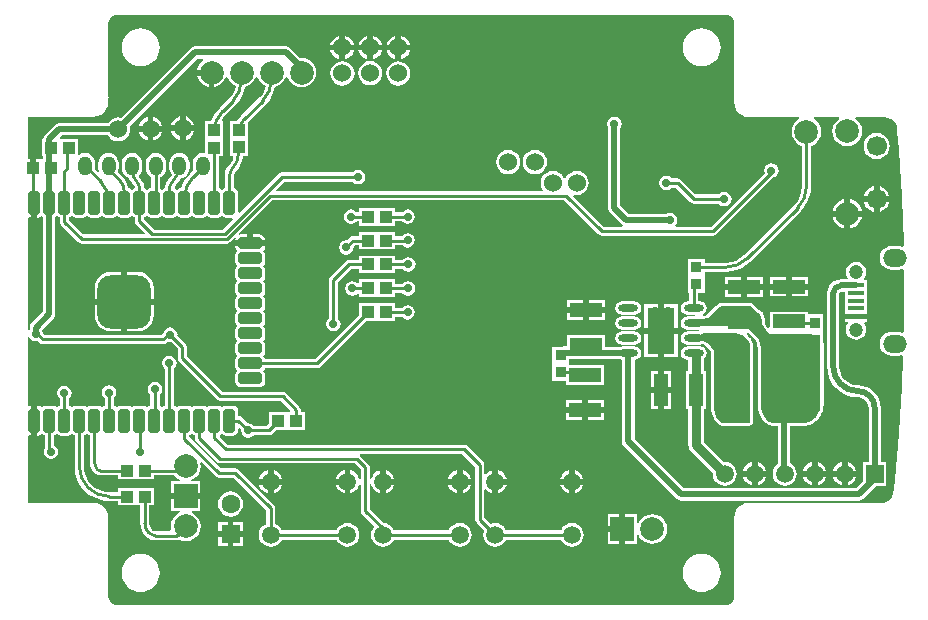
<source format=gbl>
G04 Layer_Physical_Order=2*
G04 Layer_Color=16711680*
%FSLAX44Y44*%
%MOMM*%
G71*
G01*
G75*
%ADD11C,0.5000*%
%ADD13R,1.0000X1.0000*%
%ADD15R,1.0000X1.0000*%
%ADD21C,0.2540*%
%ADD22C,0.5500*%
%ADD23C,1.5240*%
%ADD24C,2.0000*%
%ADD25C,1.7000*%
%ADD26R,2.0000X2.0000*%
%ADD27O,1.2000X1.6000*%
%ADD28R,1.5000X1.5000*%
%ADD29C,1.5000*%
%ADD30R,2.0000X2.0000*%
%ADD31R,1.6000X1.6000*%
%ADD32C,1.6000*%
%ADD33O,2.0000X1.5000*%
%ADD34C,1.1999*%
%ADD35C,0.7000*%
G04:AMPARAMS|DCode=36|XSize=2mm|YSize=1mm|CornerRadius=0.25mm|HoleSize=0mm|Usage=FLASHONLY|Rotation=0.000|XOffset=0mm|YOffset=0mm|HoleType=Round|Shape=RoundedRectangle|*
%AMROUNDEDRECTD36*
21,1,2.0000,0.5000,0,0,0.0*
21,1,1.5000,1.0000,0,0,0.0*
1,1,0.5000,0.7500,-0.2500*
1,1,0.5000,-0.7500,-0.2500*
1,1,0.5000,-0.7500,0.2500*
1,1,0.5000,0.7500,0.2500*
%
%ADD36ROUNDEDRECTD36*%
G04:AMPARAMS|DCode=37|XSize=2mm|YSize=1mm|CornerRadius=0.25mm|HoleSize=0mm|Usage=FLASHONLY|Rotation=270.000|XOffset=0mm|YOffset=0mm|HoleType=Round|Shape=RoundedRectangle|*
%AMROUNDEDRECTD37*
21,1,2.0000,0.5000,0,0,270.0*
21,1,1.5000,1.0000,0,0,270.0*
1,1,0.5000,-0.2500,-0.7500*
1,1,0.5000,-0.2500,0.7500*
1,1,0.5000,0.2500,0.7500*
1,1,0.5000,0.2500,-0.7500*
%
%ADD37ROUNDEDRECTD37*%
G04:AMPARAMS|DCode=38|XSize=4.5mm|YSize=4.5mm|CornerRadius=1.125mm|HoleSize=0mm|Usage=FLASHONLY|Rotation=270.000|XOffset=0mm|YOffset=0mm|HoleType=Round|Shape=RoundedRectangle|*
%AMROUNDEDRECTD38*
21,1,4.5000,2.2500,0,0,270.0*
21,1,2.2500,4.5000,0,0,270.0*
1,1,2.2500,-1.1250,-1.1250*
1,1,2.2500,-1.1250,1.1250*
1,1,2.2500,1.1250,1.1250*
1,1,2.2500,1.1250,-1.1250*
%
%ADD38ROUNDEDRECTD38*%
%ADD39R,0.9500X0.9500*%
%ADD40R,2.2000X6.3000*%
%ADD41R,2.7200X1.1600*%
%ADD42R,1.1600X2.7200*%
%ADD43O,1.6500X0.6000*%
%ADD44R,2.3000X4.0000*%
%ADD45R,1.4001X0.4000*%
%ADD46C,0.8000*%
G36*
X54104Y436591D02*
X51956Y434944D01*
X49946Y432324D01*
X48683Y429274D01*
X48581Y428500D01*
X60900D01*
Y426000D01*
X63400D01*
Y413681D01*
X64174Y413783D01*
X67224Y415046D01*
X69844Y417056D01*
X71854Y419676D01*
X72913Y422233D01*
X74287D01*
X75346Y419676D01*
X77356Y417056D01*
X79976Y415046D01*
X81668Y414346D01*
X80825Y411568D01*
X78832Y407839D01*
X76260Y404706D01*
X76114Y404607D01*
X67678Y396171D01*
X67667Y396182D01*
X64686Y392692D01*
X62288Y388779D01*
X60739Y385040D01*
X55710D01*
Y369960D01*
Y358569D01*
X54755Y357731D01*
X53750Y357864D01*
X51521Y357570D01*
X49443Y356710D01*
X47659Y355341D01*
X46290Y353557D01*
X45430Y351479D01*
X45136Y349250D01*
Y345250D01*
X45412Y343156D01*
X42539Y340282D01*
X42528Y340293D01*
X39542Y336797D01*
X37139Y332877D01*
X35380Y328629D01*
X35316Y328363D01*
X33379Y327978D01*
X31712Y326864D01*
X31280D01*
X29613Y327978D01*
X29634Y329268D01*
X30010Y330176D01*
X30436Y330731D01*
X31216Y331678D01*
X31216Y331678D01*
X33955Y335015D01*
X34902Y336788D01*
X35979Y336930D01*
X38057Y337790D01*
X39841Y339159D01*
X41210Y340943D01*
X42070Y343021D01*
X42364Y345250D01*
Y349250D01*
X42070Y351479D01*
X41210Y353557D01*
X39841Y355341D01*
X38057Y356710D01*
X35979Y357570D01*
X33750Y357864D01*
X31521Y357570D01*
X29443Y356710D01*
X27659Y355341D01*
X26290Y353557D01*
X25430Y351479D01*
X25136Y349250D01*
Y345250D01*
X25430Y343021D01*
X26290Y340943D01*
X27477Y339396D01*
X25879Y337313D01*
X25700Y337194D01*
X25691Y337180D01*
X23817Y334896D01*
X22416Y332277D01*
X21554Y329434D01*
X21425Y328126D01*
X20680Y327978D01*
X19012Y326864D01*
X18643D01*
X17635Y327648D01*
Y337616D01*
X18057Y337790D01*
X19841Y339159D01*
X21210Y340943D01*
X22070Y343021D01*
X22364Y345250D01*
Y349250D01*
X22070Y351479D01*
X21210Y353557D01*
X19841Y355341D01*
X18057Y356710D01*
X15979Y357570D01*
X13750Y357864D01*
X11521Y357570D01*
X9443Y356710D01*
X7659Y355341D01*
X6290Y353557D01*
X5430Y351479D01*
X5136Y349250D01*
Y345250D01*
X5430Y343021D01*
X6290Y340943D01*
X7659Y339159D01*
X9443Y337790D01*
X9865Y337616D01*
Y328353D01*
X7980Y327978D01*
X6312Y326864D01*
X5880D01*
X4212Y327978D01*
X3631Y328093D01*
Y329595D01*
X3594Y329780D01*
X3370Y331478D01*
X2644Y333232D01*
X1602Y334590D01*
X1497Y334747D01*
X1340Y334851D01*
X-594Y337373D01*
X-891Y338598D01*
X-159Y339159D01*
X1210Y340943D01*
X2070Y343021D01*
X2364Y345250D01*
Y349250D01*
X2070Y351479D01*
X1210Y353557D01*
X-159Y355341D01*
X-1943Y356710D01*
X-4021Y357570D01*
X-6250Y357864D01*
X-8479Y357570D01*
X-10557Y356710D01*
X-12341Y355341D01*
X-13710Y353557D01*
X-14570Y351479D01*
X-14864Y349250D01*
Y345250D01*
X-14570Y343021D01*
X-13710Y340943D01*
X-12341Y339159D01*
X-10557Y337790D01*
X-8884Y337098D01*
X-8564Y336041D01*
X-6625Y332414D01*
X-4157Y329407D01*
X-4139Y329362D01*
Y328093D01*
X-4721Y327978D01*
X-6388Y326864D01*
X-6820D01*
X-8487Y327978D01*
X-9346Y328148D01*
X-9399Y328687D01*
X-10407Y332009D01*
X-12043Y335071D01*
X-14246Y337754D01*
X-14253Y337747D01*
X-18398Y341891D01*
X-17930Y343021D01*
X-17636Y345250D01*
Y349250D01*
X-17930Y351479D01*
X-18790Y353557D01*
X-20159Y355341D01*
X-21943Y356710D01*
X-24021Y357570D01*
X-26250Y357864D01*
X-28479Y357570D01*
X-30557Y356710D01*
X-32341Y355341D01*
X-33710Y353557D01*
X-34570Y351479D01*
X-34864Y349250D01*
Y345250D01*
X-34570Y343021D01*
X-34280Y342319D01*
X-35356Y341600D01*
X-37796Y344039D01*
X-37636Y345250D01*
Y349250D01*
X-37930Y351479D01*
X-38790Y353557D01*
X-40159Y355341D01*
X-41943Y356710D01*
X-44021Y357570D01*
X-46250Y357864D01*
X-48479Y357570D01*
X-50557Y356710D01*
X-51190Y356224D01*
X-52460Y356850D01*
Y370040D01*
X-67033D01*
X-67519Y371213D01*
X-65872Y372861D01*
X-26863D01*
X-25246Y370754D01*
X-23124Y369125D01*
X-20652Y368102D01*
X-18000Y367752D01*
X-15348Y368102D01*
X-12876Y369125D01*
X-10754Y370754D01*
X-9125Y372876D01*
X-8102Y375348D01*
X-7752Y378000D01*
X-8099Y380634D01*
X49128Y437861D01*
X53672D01*
X54104Y436591D01*
D02*
G37*
G36*
X-86654Y303091D02*
X-86654D01*
X-84688Y303482D01*
X-83020Y304596D01*
X-82588D01*
X-81593Y303932D01*
Y223675D01*
X-91634Y213634D01*
X-92748Y211966D01*
X-93139Y210000D01*
Y208644D01*
X-93480Y208353D01*
X-94750Y208939D01*
Y302890D01*
X-93872Y303360D01*
X-93480Y303454D01*
X-91654Y303091D01*
Y315730D01*
X-86654D01*
Y303091D01*
D02*
G37*
G36*
X495955Y474802D02*
X497870Y474550D01*
X499655Y473811D01*
X501188Y472635D01*
X502364Y471102D01*
X503103Y469317D01*
X503355Y467402D01*
X503359D01*
Y400823D01*
X503311D01*
X503741Y397551D01*
X505005Y394501D01*
X507014Y391882D01*
X509633Y389873D01*
X512682Y388610D01*
X514759Y388336D01*
X515948Y388180D01*
X515955Y388137D01*
X515955Y387941D01*
X515983Y387952D01*
X516256Y388228D01*
X558268D01*
X558520Y386958D01*
X558318Y386874D01*
X555698Y384864D01*
X553688Y382244D01*
X552425Y379194D01*
X551994Y375920D01*
X552425Y372646D01*
X553688Y369596D01*
X555698Y366976D01*
X558318Y364966D01*
X560757Y363956D01*
Y329413D01*
X560792Y329240D01*
X560395Y325205D01*
X559167Y321160D01*
X557174Y317431D01*
X554603Y314298D01*
X554456Y314199D01*
X511693Y271436D01*
X511595Y271290D01*
X508461Y268718D01*
X504732Y266725D01*
X500686Y265497D01*
X496652Y265100D01*
X496479Y265135D01*
X478790D01*
Y268540D01*
X464210D01*
Y253960D01*
Y239460D01*
X465365D01*
Y232199D01*
X464000D01*
X461838Y231768D01*
X460006Y230544D01*
X458781Y228712D01*
X458352Y226550D01*
X458781Y224388D01*
X460006Y222556D01*
X461838Y221331D01*
X464000Y220902D01*
X470291D01*
X470930Y219632D01*
X470831Y219499D01*
X464000D01*
X461838Y219069D01*
X460006Y217844D01*
X458781Y216012D01*
X458352Y213850D01*
X458781Y211688D01*
X460006Y209856D01*
X461838Y208631D01*
X464000Y208202D01*
X473242D01*
X473925Y206931D01*
X473837Y206798D01*
X464000D01*
X461838Y206369D01*
X460006Y205144D01*
X458781Y203312D01*
X458352Y201150D01*
X458781Y198988D01*
X460006Y197156D01*
X461838Y195931D01*
X464000Y195501D01*
X474500D01*
X476555Y195910D01*
X477436D01*
X477655Y195900D01*
X478146Y195802D01*
X478549Y195635D01*
X478965Y195357D01*
X479128Y195210D01*
X481624Y192714D01*
X482128Y192157D01*
X482995Y190859D01*
X483569Y189475D01*
X483873Y187943D01*
X483910Y187194D01*
Y142571D01*
Y140890D01*
X483960Y140639D01*
Y140385D01*
X484616Y137086D01*
X484714Y136851D01*
X484763Y136601D01*
X486050Y133494D01*
X486192Y133282D01*
X486290Y133046D01*
X488158Y130250D01*
X488338Y130070D01*
X488480Y129858D01*
X489669Y128669D01*
X489669Y128669D01*
X489906Y128431D01*
X490119Y128289D01*
X490299Y128109D01*
X490858Y127735D01*
X491094Y127638D01*
X491306Y127496D01*
X491927Y127239D01*
X492178Y127189D01*
X492413Y127091D01*
X493073Y126960D01*
X493328D01*
X493578Y126910D01*
X515422D01*
X515672Y126960D01*
X515927D01*
X516587Y127091D01*
X516823Y127189D01*
X517073Y127239D01*
X517430Y127387D01*
X517511Y127440D01*
X517604Y127466D01*
X517928Y127719D01*
X518270Y127948D01*
X518324Y128028D01*
X518400Y128088D01*
X518573Y128288D01*
X518773Y128642D01*
X519000Y128979D01*
X519157Y129353D01*
X519223Y129678D01*
X519333Y129992D01*
X519467Y130942D01*
X519457Y131125D01*
X519493Y131305D01*
X519429Y131625D01*
X519411Y131951D01*
X519331Y132116D01*
X519296Y132296D01*
X519137Y132678D01*
X519094Y132897D01*
X519090Y132978D01*
Y195500D01*
Y196213D01*
X519040Y196464D01*
Y196719D01*
X518762Y198118D01*
X518664Y198354D01*
X518614Y198604D01*
X518068Y199922D01*
X517927Y200134D01*
X517829Y200369D01*
X517328Y201120D01*
X517223Y201224D01*
X517151Y201354D01*
X516356Y202294D01*
X516270Y202362D01*
X516210Y202453D01*
X516210Y202453D01*
X515312Y203351D01*
X514380Y204282D01*
X514168Y204424D01*
X514037Y204555D01*
X514039Y204799D01*
X514330Y205903D01*
X514770Y205986D01*
X521507Y199250D01*
X522916Y195847D01*
X523800Y191401D01*
X523910Y189160D01*
Y143571D01*
Y141890D01*
X523960Y141639D01*
Y141384D01*
X524616Y138086D01*
X524714Y137851D01*
X524763Y137600D01*
X526050Y134494D01*
X526192Y134282D01*
X526290Y134046D01*
X528158Y131250D01*
X528338Y131070D01*
X528480Y130858D01*
X529669Y129669D01*
X530144Y129193D01*
X530356Y129052D01*
X530537Y128871D01*
X531655Y128124D01*
X531891Y128026D01*
X532103Y127885D01*
X533345Y127370D01*
X533596Y127320D01*
X533831Y127222D01*
X535151Y126960D01*
X535406D01*
X535656Y126910D01*
X540106D01*
Y94721D01*
X539969Y94311D01*
X538939Y93521D01*
X537330Y91423D01*
X536318Y88981D01*
X535973Y86360D01*
X536318Y83739D01*
X537330Y81297D01*
X538939Y79199D01*
X541037Y77590D01*
X543479Y76578D01*
X546100Y76233D01*
X548721Y76578D01*
X551163Y77590D01*
X553261Y79199D01*
X554870Y81297D01*
X555882Y83739D01*
X556227Y86360D01*
X555882Y88981D01*
X554870Y91423D01*
X553261Y93521D01*
X551163Y95130D01*
X550894Y95242D01*
Y126910D01*
X563188D01*
X563438Y126960D01*
X563693D01*
X566332Y127485D01*
X566567Y127582D01*
X566818Y127632D01*
X569303Y128662D01*
X569515Y128803D01*
X569751Y128901D01*
X571988Y130395D01*
X572168Y130576D01*
X572380Y130718D01*
X573331Y131669D01*
X573331Y131669D01*
X574520Y132858D01*
X574662Y133070D01*
X574842Y133250D01*
X576710Y136046D01*
X576808Y136282D01*
X576950Y136494D01*
X578236Y139600D01*
X578286Y139851D01*
X578384Y140086D01*
X579040Y143384D01*
Y143639D01*
X579090Y143890D01*
X579090Y145570D01*
X579090Y145571D01*
X579090Y196672D01*
X579090Y197344D01*
X579040Y197594D01*
Y206960D01*
Y221540D01*
X565640D01*
Y223590D01*
X533360D01*
Y210518D01*
X532261Y209732D01*
X532090Y209751D01*
X530605Y211782D01*
X529490Y214183D01*
X529152Y215322D01*
X528308Y220655D01*
X528202Y220941D01*
X528143Y221241D01*
X527937Y221738D01*
X527795Y221950D01*
X527698Y222186D01*
X527640Y222272D01*
Y223090D01*
X527090D01*
X526919Y223261D01*
X526777Y223473D01*
X526016Y224235D01*
X525804Y224376D01*
X525624Y224557D01*
X525284Y224784D01*
X525178Y224827D01*
X525090Y224901D01*
X524362Y225300D01*
X519331Y230331D01*
X518491Y230893D01*
X517500Y231090D01*
X494500Y231090D01*
X493787Y231090D01*
X493537Y231040D01*
X493282Y231040D01*
X491882Y230762D01*
X491646Y230664D01*
X491396Y230614D01*
X490078Y230068D01*
X489866Y229927D01*
X489630Y229829D01*
X488880Y229328D01*
X488775Y229223D01*
X488646Y229151D01*
X487706Y228355D01*
X487638Y228270D01*
X487547Y228210D01*
X480835Y221497D01*
X480497Y221191D01*
X479687Y220650D01*
X478847Y220302D01*
X477892Y220112D01*
X477436Y220090D01*
X476915D01*
X476679Y221244D01*
X476704Y221360D01*
X478494Y222556D01*
X479719Y224388D01*
X480149Y226550D01*
X479719Y228712D01*
X478494Y230544D01*
X476662Y231768D01*
X474500Y232199D01*
X473135D01*
Y239460D01*
X478790D01*
Y253960D01*
Y257365D01*
X496479D01*
Y257350D01*
X501063Y257710D01*
X505533Y258784D01*
X509781Y260543D01*
X513701Y262945D01*
X517197Y265931D01*
X517186Y265943D01*
X559949Y308706D01*
X559960Y308695D01*
X562946Y312191D01*
X565349Y316111D01*
X567108Y320359D01*
X568182Y324829D01*
X568542Y329413D01*
X568527D01*
Y363956D01*
X570966Y364966D01*
X573586Y366976D01*
X575596Y369596D01*
X576859Y372646D01*
X577290Y375920D01*
X576859Y379194D01*
X575596Y382244D01*
X573586Y384864D01*
X570966Y386874D01*
X570764Y386958D01*
X571016Y388228D01*
X591892D01*
X592323Y386958D01*
X590188Y385320D01*
X588178Y382700D01*
X586915Y379650D01*
X586484Y376376D01*
X586915Y373102D01*
X588178Y370052D01*
X590188Y367432D01*
X592808Y365422D01*
X595858Y364159D01*
X599132Y363728D01*
X602406Y364159D01*
X605456Y365422D01*
X608076Y367432D01*
X610086Y370052D01*
X611349Y373102D01*
X611780Y376376D01*
X611349Y379650D01*
X610086Y382700D01*
X608076Y385320D01*
X605941Y386958D01*
X606372Y388228D01*
X631300D01*
X631358Y388239D01*
X633920Y387902D01*
X636362Y386890D01*
X638458Y385282D01*
X640067Y383185D01*
X641078Y380743D01*
X641287Y379161D01*
X641293Y377887D01*
X641460Y377482D01*
X641535Y376633D01*
X642989Y360290D01*
X645517Y320429D01*
X647034Y280516D01*
X647052Y279097D01*
X645793Y278244D01*
X644383Y278828D01*
X641762Y279173D01*
X636762D01*
X634141Y278828D01*
X631699Y277817D01*
X629602Y276207D01*
X627992Y274110D01*
X626981Y271668D01*
X626636Y269047D01*
X626981Y266426D01*
X627992Y263983D01*
X629602Y261886D01*
X631699Y260277D01*
X634141Y259265D01*
X636762Y258920D01*
X641762D01*
X644383Y259265D01*
X646025Y259945D01*
X647306Y259101D01*
X647537Y240857D01*
X647481Y240578D01*
X647537Y240299D01*
X647108Y206481D01*
X645827Y205637D01*
X644383Y206235D01*
X641762Y206580D01*
X636762D01*
X634141Y206235D01*
X631699Y205223D01*
X629602Y203614D01*
X627992Y201517D01*
X626981Y199074D01*
X626636Y196453D01*
X626981Y193832D01*
X627992Y191390D01*
X629602Y189293D01*
X631699Y187684D01*
X634141Y186672D01*
X636762Y186327D01*
X641762D01*
X644383Y186672D01*
X645450Y187114D01*
X646492Y186388D01*
X645517Y160728D01*
X642989Y120866D01*
X639451Y81082D01*
X638551Y73222D01*
X638460Y72421D01*
X638436Y72406D01*
X638258Y71976D01*
X638294Y70695D01*
X638078Y69061D01*
X637067Y66619D01*
X635458Y64523D01*
X633362Y62914D01*
X631205Y62021D01*
X630000Y61864D01*
X630000Y61863D01*
X629308Y61577D01*
X515955D01*
X515955Y61577D01*
Y61625D01*
X512682Y61195D01*
X509633Y59931D01*
X507014Y57922D01*
X505005Y55303D01*
X503741Y52253D01*
X503311Y48981D01*
X503359D01*
X503359Y-17598D01*
X503355D01*
X503103Y-19513D01*
X502364Y-21298D01*
X501188Y-22831D01*
X499655Y-24007D01*
X497870Y-24746D01*
X495955Y-24998D01*
Y-25002D01*
X-19045D01*
Y-24998D01*
X-20960Y-24746D01*
X-22745Y-24007D01*
X-24278Y-22831D01*
X-25454Y-21298D01*
X-26193Y-19513D01*
X-26445Y-17598D01*
X-26449D01*
Y48981D01*
X-26449Y48981D01*
X-26400D01*
X-26831Y52253D01*
X-28095Y55303D01*
X-30104Y57922D01*
X-32723Y59931D01*
X-35772Y61195D01*
X-36997Y61356D01*
X-37964Y61492D01*
X-39045Y61863D01*
X-39045Y61864D01*
X-39411Y61734D01*
X-39497Y61734D01*
X-94750D01*
Y118470D01*
X-93872Y118940D01*
X-93480Y119035D01*
X-91654Y118671D01*
Y131310D01*
Y143949D01*
X-93480Y143586D01*
X-93872Y143680D01*
X-94750Y144150D01*
Y201710D01*
X-93480Y202080D01*
X-92355Y200395D01*
X-90357Y199060D01*
X-88000Y198592D01*
X-86403Y198909D01*
X-84747Y197253D01*
X-83487Y196411D01*
X-82000Y196115D01*
X20000D01*
X21487Y196411D01*
X22747Y197253D01*
X23777Y198284D01*
X26000Y197842D01*
X26554Y197952D01*
X32115Y192391D01*
Y184000D01*
X32411Y182513D01*
X33253Y181253D01*
X65253Y149253D01*
X66513Y148411D01*
X68000Y148115D01*
X119391D01*
X127696Y139810D01*
X127170Y138540D01*
X109960D01*
Y128954D01*
X107891Y126885D01*
X96669D01*
X96355Y127355D01*
X94357Y128690D01*
X92000Y129158D01*
X91446Y129048D01*
X86437Y134057D01*
X85177Y134899D01*
X83690Y135195D01*
X83585D01*
Y138810D01*
X83194Y140777D01*
X82080Y142444D01*
X80413Y143558D01*
X78446Y143949D01*
X73446D01*
X71480Y143558D01*
X69812Y142444D01*
X69380D01*
X67712Y143558D01*
X65746Y143949D01*
X60746D01*
X58780Y143558D01*
X57112Y142444D01*
X56680D01*
X55012Y143558D01*
X53046Y143949D01*
X48046D01*
X46080Y143558D01*
X44412Y142444D01*
X43980D01*
X42312Y143558D01*
X40346Y143949D01*
X35346D01*
X33379Y143558D01*
X31712Y142444D01*
X31280D01*
X29613Y143558D01*
X29031Y143673D01*
Y175331D01*
X29501Y175645D01*
X30835Y177643D01*
X31304Y180000D01*
X30835Y182357D01*
X29501Y184355D01*
X27503Y185690D01*
X25146Y186158D01*
X22789Y185690D01*
X20791Y184355D01*
X19456Y182357D01*
X18988Y180000D01*
X19456Y177643D01*
X20791Y175645D01*
X21261Y175331D01*
Y143673D01*
X20680Y143558D01*
X19012Y142444D01*
X18580D01*
X16912Y143558D01*
X16885Y143563D01*
Y153331D01*
X17355Y153645D01*
X18690Y155643D01*
X19158Y158000D01*
X18690Y160357D01*
X17355Y162355D01*
X15357Y163689D01*
X13000Y164158D01*
X10643Y163689D01*
X8645Y162355D01*
X7311Y160357D01*
X6842Y158000D01*
X7311Y155643D01*
X8645Y153645D01*
X9115Y153331D01*
Y143784D01*
X7980Y143558D01*
X6312Y142444D01*
X5880D01*
X4212Y143558D01*
X2246Y143949D01*
X-2754D01*
X-4721Y143558D01*
X-6388Y142444D01*
X-6820D01*
X-8487Y143558D01*
X-10454Y143949D01*
X-15454D01*
X-17421Y143558D01*
X-19088Y142444D01*
X-19520D01*
X-21188Y143558D01*
X-21769Y143673D01*
Y150563D01*
X-21645Y150645D01*
X-20310Y152643D01*
X-19842Y155000D01*
X-20310Y157357D01*
X-21645Y159355D01*
X-23643Y160690D01*
X-26000Y161158D01*
X-28357Y160690D01*
X-30355Y159355D01*
X-31690Y157357D01*
X-32158Y155000D01*
X-31690Y152643D01*
X-30355Y150645D01*
X-29539Y150100D01*
Y143673D01*
X-30120Y143558D01*
X-31788Y142444D01*
X-32220D01*
X-33888Y143558D01*
X-35854Y143949D01*
X-40854D01*
X-42821Y143558D01*
X-44488Y142444D01*
X-44920D01*
X-46588Y143558D01*
X-48554Y143949D01*
X-53554D01*
X-55521Y143558D01*
X-57188Y142444D01*
X-57620D01*
X-59288Y143558D01*
X-59869Y143673D01*
Y150085D01*
X-59399Y150399D01*
X-58064Y152397D01*
X-57596Y154754D01*
X-58064Y157111D01*
X-59399Y159109D01*
X-61397Y160443D01*
X-63754Y160912D01*
X-66111Y160443D01*
X-68109Y159109D01*
X-69443Y157111D01*
X-69912Y154754D01*
X-69443Y152397D01*
X-68109Y150399D01*
X-67639Y150085D01*
Y143673D01*
X-68221Y143558D01*
X-69888Y142444D01*
X-70320D01*
X-71988Y143558D01*
X-73954Y143949D01*
X-78954D01*
X-80920Y143558D01*
X-82588Y142444D01*
X-83020D01*
X-84688Y143558D01*
X-86654Y143949D01*
X-86654D01*
Y131310D01*
Y118671D01*
X-86654D01*
X-84688Y119062D01*
X-83020Y120176D01*
X-82588D01*
X-80920Y119062D01*
X-80339Y118947D01*
Y107882D01*
X-80690Y107357D01*
X-81158Y105000D01*
X-80690Y102643D01*
X-79355Y100645D01*
X-77357Y99310D01*
X-75000Y98842D01*
X-72643Y99310D01*
X-70645Y100645D01*
X-69310Y102643D01*
X-68842Y105000D01*
X-69310Y107357D01*
X-70645Y109355D01*
X-72569Y110640D01*
Y118947D01*
X-71988Y119062D01*
X-70320Y120176D01*
X-69888D01*
X-68221Y119062D01*
X-66254Y118671D01*
X-61254D01*
X-59288Y119062D01*
X-57620Y120176D01*
X-57188D01*
X-55521Y119062D01*
X-54939Y118947D01*
Y92575D01*
X-54954D01*
X-54594Y87991D01*
X-53520Y83521D01*
X-51761Y79273D01*
X-49358Y75353D01*
X-47017Y72612D01*
X-46372Y71857D01*
X-46372Y71857D01*
X-46197Y71681D01*
X-46197Y71681D01*
X-45442Y71037D01*
X-42701Y68696D01*
X-38781Y66293D01*
X-34533Y64534D01*
X-30063Y63460D01*
X-25479Y63100D01*
Y63115D01*
X-18040D01*
Y59460D01*
X615D01*
Y44450D01*
X614D01*
X918Y41360D01*
X1819Y38390D01*
X3283Y35652D01*
X5252Y33252D01*
X5241Y33241D01*
X7463Y31536D01*
X10051Y30464D01*
X12828Y30098D01*
Y30115D01*
X31757D01*
Y30069D01*
X34245Y30396D01*
X35726Y29783D01*
X39000Y29352D01*
X42274Y29783D01*
X45324Y31046D01*
X47944Y33056D01*
X49954Y35676D01*
X51217Y38726D01*
X51648Y42000D01*
X51217Y45274D01*
X49954Y48324D01*
X47944Y50944D01*
X45324Y52954D01*
X43788Y53590D01*
X44040Y54860D01*
X51540D01*
Y64900D01*
X39000D01*
X26460D01*
Y54860D01*
X33960D01*
X34212Y53590D01*
X32676Y52954D01*
X30056Y50944D01*
X28046Y48324D01*
X26783Y45274D01*
X26352Y42000D01*
X26726Y39155D01*
X25914Y37885D01*
X12828D01*
X12818Y37882D01*
X11700Y38105D01*
X10753Y38738D01*
X10747Y38747D01*
X10704Y38776D01*
X9451Y40409D01*
X8643Y42358D01*
X8375Y44399D01*
X8385Y44450D01*
Y59460D01*
X12040D01*
Y74540D01*
X-18040D01*
Y70885D01*
X-25479D01*
X-25652Y70850D01*
X-29687Y71248D01*
X-33732Y72475D01*
X-37461Y74468D01*
X-40595Y77039D01*
X-40693Y77186D01*
X-40868Y77361D01*
X-41014Y77460D01*
X-43586Y80593D01*
X-45579Y84322D01*
X-46807Y88368D01*
X-47204Y92402D01*
X-47169Y92575D01*
Y118947D01*
X-46588Y119062D01*
X-44920Y120176D01*
X-44488D01*
X-42821Y119062D01*
X-42239Y118947D01*
Y95683D01*
X-42266D01*
X-41859Y92590D01*
X-40665Y89708D01*
X-38766Y87234D01*
X-38747Y87253D01*
X-38592Y87149D01*
X-37229Y86104D01*
X-35472Y85376D01*
X-33769Y85152D01*
X-33586Y85115D01*
X-18040D01*
Y81460D01*
X12040D01*
Y85115D01*
X29090D01*
X30056Y83856D01*
X32676Y81846D01*
X34212Y81210D01*
X33960Y79940D01*
X26460D01*
Y69900D01*
X39000D01*
X51540D01*
Y79940D01*
X44040D01*
X43788Y81210D01*
X45324Y81846D01*
X47944Y83856D01*
X49954Y86476D01*
X51217Y89526D01*
X51648Y92800D01*
X51305Y95405D01*
X52508Y95998D01*
X64253Y84253D01*
X65513Y83411D01*
X67000Y83115D01*
X79391D01*
X107139Y55368D01*
Y43771D01*
X105960Y43283D01*
X103863Y41674D01*
X102253Y39577D01*
X101242Y37134D01*
X100897Y34513D01*
X101242Y31892D01*
X102253Y29450D01*
X103863Y27353D01*
X105960Y25743D01*
X108402Y24732D01*
X111023Y24387D01*
X113644Y24732D01*
X116087Y25743D01*
X118184Y27353D01*
X119793Y29450D01*
X120281Y30629D01*
X166765D01*
X167253Y29450D01*
X168863Y27353D01*
X170960Y25743D01*
X173402Y24732D01*
X176023Y24387D01*
X178644Y24732D01*
X181087Y25743D01*
X183184Y27353D01*
X184793Y29450D01*
X185805Y31892D01*
X186150Y34513D01*
X185805Y37134D01*
X184793Y39577D01*
X183184Y41674D01*
X181087Y43283D01*
X178644Y44295D01*
X176023Y44640D01*
X173402Y44295D01*
X170960Y43283D01*
X168863Y41674D01*
X167253Y39577D01*
X166765Y38398D01*
X120281D01*
X119793Y39577D01*
X118184Y41674D01*
X116087Y43283D01*
X114908Y43771D01*
Y56977D01*
X114612Y58463D01*
X113770Y59724D01*
X83747Y89747D01*
X82487Y90589D01*
X81000Y90885D01*
X68609D01*
X41747Y117747D01*
X41872Y118975D01*
X42312Y119062D01*
X43980Y120176D01*
X44412D01*
X46080Y119062D01*
X46661Y118947D01*
Y116454D01*
X46957Y114967D01*
X47799Y113707D01*
X65253Y96253D01*
X66513Y95411D01*
X68000Y95115D01*
X182391D01*
X187115Y90391D01*
Y81909D01*
X185845Y81826D01*
X185805Y82134D01*
X184793Y84577D01*
X183184Y86674D01*
X181087Y88283D01*
X178644Y89295D01*
X178523Y89311D01*
Y79513D01*
Y69716D01*
X178644Y69732D01*
X181087Y70743D01*
X183184Y72353D01*
X184793Y74450D01*
X185805Y76892D01*
X185845Y77201D01*
X187115Y77117D01*
Y55000D01*
X187411Y53513D01*
X188253Y52253D01*
X198849Y41657D01*
X197253Y39577D01*
X196241Y37134D01*
X195896Y34513D01*
X196241Y31892D01*
X197253Y29450D01*
X198862Y27353D01*
X200960Y25743D01*
X203402Y24732D01*
X206023Y24387D01*
X208644Y24732D01*
X211086Y25743D01*
X213184Y27353D01*
X214793Y29450D01*
X215281Y30629D01*
X261765D01*
X262253Y29450D01*
X263862Y27353D01*
X265960Y25743D01*
X268402Y24732D01*
X271023Y24387D01*
X273644Y24732D01*
X276086Y25743D01*
X278184Y27353D01*
X279793Y29450D01*
X280805Y31892D01*
X281150Y34513D01*
X280805Y37134D01*
X279793Y39577D01*
X278184Y41674D01*
X276086Y43283D01*
X273644Y44295D01*
X271023Y44640D01*
X268402Y44295D01*
X265960Y43283D01*
X263862Y41674D01*
X262253Y39577D01*
X261765Y38398D01*
X215281D01*
X214793Y39577D01*
X213184Y41674D01*
X211086Y43283D01*
X208644Y44295D01*
X206980Y44514D01*
X194885Y56609D01*
Y77468D01*
X196155Y77551D01*
X196241Y76892D01*
X197253Y74450D01*
X198862Y72353D01*
X200960Y70743D01*
X203402Y69732D01*
X203523Y69716D01*
Y79513D01*
Y89311D01*
X203402Y89295D01*
X200960Y88283D01*
X198862Y86674D01*
X197253Y84577D01*
X196241Y82134D01*
X196155Y81475D01*
X194885Y81558D01*
Y92000D01*
X194589Y93487D01*
X193747Y94747D01*
X186747Y101747D01*
X186600Y101845D01*
X186985Y103115D01*
X273391D01*
X284115Y92391D01*
Y47536D01*
X284411Y46049D01*
X285253Y44789D01*
X291729Y38313D01*
X291241Y37134D01*
X290896Y34513D01*
X291241Y31892D01*
X292253Y29450D01*
X293862Y27353D01*
X295959Y25743D01*
X298402Y24732D01*
X301023Y24387D01*
X303644Y24732D01*
X306086Y25743D01*
X308183Y27353D01*
X309793Y29450D01*
X310281Y30629D01*
X356765D01*
X357253Y29450D01*
X358862Y27353D01*
X360960Y25743D01*
X363402Y24732D01*
X366023Y24387D01*
X368644Y24732D01*
X371086Y25743D01*
X373183Y27353D01*
X374793Y29450D01*
X375804Y31892D01*
X376149Y34513D01*
X375804Y37134D01*
X374793Y39577D01*
X373183Y41674D01*
X371086Y43283D01*
X368644Y44295D01*
X366023Y44640D01*
X363402Y44295D01*
X360960Y43283D01*
X358862Y41674D01*
X357253Y39577D01*
X356765Y38398D01*
X310281D01*
X309793Y39577D01*
X308183Y41674D01*
X306086Y43283D01*
X303644Y44295D01*
X301023Y44640D01*
X298402Y44295D01*
X297223Y43807D01*
X291885Y49145D01*
Y72844D01*
X293155Y73275D01*
X293862Y72353D01*
X295959Y70743D01*
X298402Y69732D01*
X298523Y69716D01*
Y79513D01*
Y89311D01*
X298402Y89295D01*
X295959Y88283D01*
X293862Y86674D01*
X293155Y85752D01*
X291885Y86183D01*
Y94000D01*
X291589Y95487D01*
X290747Y96747D01*
X277747Y109747D01*
X276487Y110589D01*
X275000Y110885D01*
X74609D01*
X67724Y117770D01*
X67721Y118149D01*
X68017Y119266D01*
X69380Y120176D01*
X69812D01*
X71480Y119062D01*
X73446Y118671D01*
X78446D01*
X80413Y119062D01*
X82080Y120176D01*
X83194Y121844D01*
X83585Y123810D01*
Y124262D01*
X84758Y124748D01*
X85952Y123554D01*
X85842Y123000D01*
X86310Y120643D01*
X87645Y118645D01*
X89643Y117310D01*
X92000Y116842D01*
X94357Y117310D01*
X96355Y118645D01*
X96669Y119115D01*
X109500D01*
X110987Y119411D01*
X112247Y120253D01*
X115454Y123460D01*
X140040D01*
Y138540D01*
X136385D01*
Y140500D01*
X136089Y141987D01*
X135247Y143247D01*
X123747Y154747D01*
X122487Y155589D01*
X121000Y155885D01*
X69609D01*
X39885Y185609D01*
Y194000D01*
X39589Y195487D01*
X38747Y196747D01*
X32048Y203446D01*
X32158Y204000D01*
X31690Y206357D01*
X30355Y208355D01*
X28357Y209690D01*
X26000Y210158D01*
X23643Y209690D01*
X21645Y208355D01*
X20310Y206357D01*
X20173Y205667D01*
X18391Y203885D01*
X-80391D01*
X-81987Y205481D01*
X-82310Y207107D01*
X-82837Y207895D01*
X-72820Y217912D01*
X-71706Y219580D01*
X-71315Y221546D01*
Y303932D01*
X-70320Y304596D01*
X-69888D01*
X-68221Y303482D01*
X-67639Y303367D01*
Y299754D01*
X-67343Y298267D01*
X-66501Y297007D01*
X-51897Y282403D01*
X-50637Y281561D01*
X-49150Y281265D01*
X73644D01*
X75130Y281561D01*
X76391Y282403D01*
X80379Y286391D01*
X80577Y286303D01*
X81426Y285642D01*
X81087Y283940D01*
D01*
X91226D01*
Y289079D01*
X86226D01*
X84524Y288740D01*
X83863Y289589D01*
X83775Y289788D01*
X111853Y317865D01*
X359641D01*
X388503Y289003D01*
X389763Y288161D01*
X391250Y287865D01*
X485750D01*
X487237Y288161D01*
X488497Y289003D01*
X536667Y337173D01*
X537357Y337310D01*
X539355Y338645D01*
X540690Y340643D01*
X541158Y343000D01*
X540690Y345357D01*
X539355Y347355D01*
X537357Y348689D01*
X535000Y349158D01*
X532643Y348689D01*
X530645Y347355D01*
X529310Y345357D01*
X528842Y343000D01*
X529284Y340778D01*
X484141Y295635D01*
X453954D01*
X453528Y296905D01*
X454690Y298643D01*
X455158Y301000D01*
X454690Y303357D01*
X453355Y305355D01*
X451357Y306690D01*
X449000Y307158D01*
X446643Y306690D01*
X445819Y306139D01*
X414128D01*
X407139Y313129D01*
Y379319D01*
X407690Y380143D01*
X408158Y382500D01*
X407690Y384857D01*
X406355Y386855D01*
X404357Y388190D01*
X402000Y388658D01*
X399643Y388190D01*
X397645Y386855D01*
X396311Y384857D01*
X395842Y382500D01*
X396311Y380143D01*
X396861Y379319D01*
Y311000D01*
X397252Y309034D01*
X398366Y307366D01*
X408366Y297366D01*
X409057Y296905D01*
X408672Y295635D01*
X392859D01*
X367110Y321384D01*
X367740Y322550D01*
X370000Y322252D01*
X372652Y322602D01*
X375124Y323625D01*
X377246Y325254D01*
X378875Y327376D01*
X379898Y329848D01*
X380248Y332500D01*
X379898Y335152D01*
X378875Y337624D01*
X377246Y339746D01*
X375124Y341375D01*
X372652Y342398D01*
X370000Y342748D01*
X367348Y342398D01*
X364876Y341375D01*
X362754Y339746D01*
X361125Y337624D01*
X360687Y336567D01*
X359313D01*
X358875Y337624D01*
X357246Y339746D01*
X355124Y341375D01*
X352652Y342398D01*
X350000Y342748D01*
X347348Y342398D01*
X344876Y341375D01*
X342754Y339746D01*
X341125Y337624D01*
X340102Y335152D01*
X339752Y332500D01*
X340102Y329848D01*
X341125Y327376D01*
X341587Y326774D01*
X341026Y325635D01*
X115568D01*
X115082Y326808D01*
X121889Y333615D01*
X180331D01*
X180645Y333145D01*
X182643Y331810D01*
X185000Y331342D01*
X187357Y331810D01*
X189355Y333145D01*
X190690Y335143D01*
X191158Y337500D01*
X190690Y339857D01*
X189355Y341855D01*
X187357Y343190D01*
X185000Y343658D01*
X182643Y343190D01*
X180645Y341855D01*
X180331Y341385D01*
X120280D01*
X118794Y341089D01*
X117534Y340247D01*
X84721Y307435D01*
X83551Y308060D01*
X83585Y308230D01*
Y323230D01*
X83194Y325196D01*
X82080Y326864D01*
X80413Y327978D01*
X79831Y328093D01*
Y339041D01*
X79827Y339061D01*
X80062Y340241D01*
X80066Y340247D01*
X80777Y341223D01*
X80777Y341223D01*
X83813Y344922D01*
X86069Y349143D01*
X87458Y353723D01*
X87605Y355210D01*
X91540D01*
Y370210D01*
Y384046D01*
X107007Y399514D01*
X107018Y399503D01*
X110005Y402999D01*
X112407Y406919D01*
X114166Y411167D01*
X114789Y413758D01*
X114974Y413783D01*
X118024Y415046D01*
X120644Y417056D01*
X122654Y419676D01*
X123713Y422233D01*
X125087D01*
X126146Y419676D01*
X128156Y417056D01*
X130776Y415046D01*
X133826Y413783D01*
X137100Y413352D01*
X140374Y413783D01*
X143424Y415046D01*
X146044Y417056D01*
X148054Y419676D01*
X149317Y422726D01*
X149748Y426000D01*
X149317Y429274D01*
X148054Y432324D01*
X146044Y434944D01*
X143424Y436954D01*
X140374Y438217D01*
X137100Y438648D01*
X135791Y438476D01*
X127634Y446634D01*
X125967Y447748D01*
X124000Y448139D01*
X47000D01*
X45033Y447748D01*
X43366Y446634D01*
X-15366Y387901D01*
X-18000Y388248D01*
X-20652Y387898D01*
X-23124Y386875D01*
X-25246Y385246D01*
X-26863Y383139D01*
X-68000D01*
X-69967Y382748D01*
X-71634Y381634D01*
X-80134Y373134D01*
X-81248Y371466D01*
X-81531Y370040D01*
X-82540D01*
Y354960D01*
X-81639D01*
Y352540D01*
X-87500D01*
Y345000D01*
X-92500D01*
Y352540D01*
X-94750D01*
Y388478D01*
X-39295D01*
Y388429D01*
X-36022Y388860D01*
X-32973Y390123D01*
X-30354Y392132D01*
X-28345Y394751D01*
X-27081Y397801D01*
X-26968Y398659D01*
X-26797Y399705D01*
X-26749Y399963D01*
X-26412Y401073D01*
X-26412Y401073D01*
X-26449Y401508D01*
X-26449Y401508D01*
X-26449Y401580D01*
X-26449Y402287D01*
Y403653D01*
X-26449Y404335D01*
X-26162Y404622D01*
X-26162Y404622D01*
X-26167Y404643D01*
X-26449Y405843D01*
Y405892D01*
X-26449D01*
X-26449Y405892D01*
Y467402D01*
X-26445D01*
X-26193Y469317D01*
X-25454Y471102D01*
X-24278Y472635D01*
X-22745Y473811D01*
X-20960Y474550D01*
X-19045Y474802D01*
Y474806D01*
X495955D01*
Y474802D01*
D02*
G37*
G36*
X100746Y419676D02*
X102756Y417056D01*
X105376Y415046D01*
X106960Y414390D01*
X106225Y411968D01*
X104232Y408239D01*
X101660Y405106D01*
X101514Y405007D01*
X85849Y389343D01*
X85835Y389357D01*
X83398Y386387D01*
X82812Y385290D01*
X76460D01*
Y370210D01*
Y355210D01*
X78748D01*
X79505Y354190D01*
X78877Y352122D01*
X77341Y349247D01*
X76062Y347689D01*
X75240Y346760D01*
X75240Y346760D01*
X73505Y344499D01*
X72415Y341866D01*
X72043Y339041D01*
X72061D01*
Y328093D01*
X71480Y327978D01*
X69812Y326864D01*
X69380D01*
X67712Y327978D01*
X66885Y328142D01*
Y354960D01*
X70790D01*
Y369960D01*
Y385040D01*
X70405D01*
X69752Y386129D01*
X70459Y387454D01*
X73025Y390580D01*
X73172Y390678D01*
X81607Y399114D01*
X81607Y399114D01*
X81618Y399103D01*
X84605Y402599D01*
X87007Y406519D01*
X88766Y410767D01*
X89488Y413772D01*
X89574Y413783D01*
X92624Y415046D01*
X95244Y417056D01*
X97254Y419676D01*
X98313Y422233D01*
X99687D01*
X100746Y419676D01*
D02*
G37*
G36*
X494500Y228500D02*
X517500Y228500D01*
X522793Y223207D01*
X522793Y223207D01*
X522793Y223207D01*
X522793Y223207D01*
X523846Y222630D01*
X524185Y222403D01*
X524946Y221642D01*
X525544Y220747D01*
X525750Y220250D01*
X526621Y214750D01*
X527061Y213265D01*
X528364Y210459D01*
X530190Y207962D01*
X532468Y205869D01*
X533750Y205000D01*
X567257Y204500D01*
X567257Y204500D01*
X567257Y204500D01*
X567266D01*
X568434Y204466D01*
X570245Y204106D01*
X572109Y203334D01*
X573607Y202333D01*
X574500Y201500D01*
X575304Y200532D01*
X575723Y199906D01*
X576238Y198663D01*
X576500Y197344D01*
X576500Y196672D01*
X576500Y145571D01*
X576500Y145571D01*
X576500Y143890D01*
X575844Y140591D01*
X574557Y137485D01*
X572689Y134689D01*
X571500Y133500D01*
X571500Y133500D01*
X570549Y132549D01*
X568312Y131054D01*
X565827Y130025D01*
X563188Y129500D01*
X535656D01*
X534337Y129762D01*
X533094Y130277D01*
X531976Y131024D01*
X531500Y131500D01*
X530311Y132689D01*
X528443Y135485D01*
X527156Y138592D01*
X526500Y141890D01*
Y143571D01*
Y189229D01*
X526500Y189229D01*
X526500Y189229D01*
X526377Y191718D01*
X525406Y196602D01*
X523501Y201202D01*
X520734Y205343D01*
X519566Y206631D01*
X519565Y206633D01*
X519564Y206634D01*
X519061Y207189D01*
X518750Y207500D01*
X517850Y208315D01*
X517757Y208400D01*
X515531Y209887D01*
X513058Y210912D01*
X510432Y211434D01*
X509093Y211500D01*
X471569Y211500D01*
X470814Y212522D01*
X471500Y214750D01*
X471500D01*
X471877Y215864D01*
X471904Y215904D01*
X472030Y216030D01*
X473500Y217500D01*
X477500D01*
X478210Y217535D01*
X479602Y217812D01*
X480914Y218355D01*
X482095Y219144D01*
X482621Y219621D01*
X489379Y226379D01*
X489379Y226379D01*
X490319Y227174D01*
X491069Y227676D01*
X492387Y228222D01*
X493787Y228500D01*
X494500Y228500D01*
D02*
G37*
G36*
X507827Y204975D02*
X510312Y203946D01*
X512549Y202451D01*
X513481Y201519D01*
X514379Y200621D01*
X514379D01*
X515174Y199681D01*
X515676Y198931D01*
X516222Y197613D01*
X516500Y196213D01*
Y195500D01*
Y132914D01*
X516516Y132579D01*
X516647Y131923D01*
X516903Y131305D01*
X516769Y130354D01*
X516612Y129979D01*
X516439Y129779D01*
X516082Y129631D01*
X515422Y129500D01*
X493578D01*
X492918Y129631D01*
X492297Y129889D01*
X491738Y130262D01*
X491500Y130500D01*
X491500Y130500D01*
X490311Y131689D01*
X488443Y134485D01*
X487156Y137592D01*
X486500Y140890D01*
Y142571D01*
Y187257D01*
X486451Y188261D01*
X486059Y190231D01*
X485290Y192086D01*
X484175Y193755D01*
X483500Y194500D01*
X480914Y197086D01*
X480563Y197404D01*
X479776Y197930D01*
X478902Y198292D01*
X477973Y198477D01*
X477500Y198500D01*
X471159D01*
X470673Y199673D01*
X474500Y203500D01*
X474500D01*
X475443Y204288D01*
X476094Y204723D01*
X477337Y205238D01*
X478656Y205500D01*
X505188D01*
X507827Y204975D01*
D02*
G37*
G36*
X71480Y303482D02*
X73446Y303091D01*
X78446D01*
X78615Y303125D01*
X79241Y301954D01*
X70361Y293075D01*
X12419D01*
X3631Y301863D01*
Y303367D01*
X4212Y303482D01*
X5880Y304596D01*
X6312D01*
X7980Y303482D01*
X9946Y303091D01*
X14946D01*
X16912Y303482D01*
X18580Y304596D01*
X19012D01*
X20680Y303482D01*
X22646Y303091D01*
X27646D01*
X29613Y303482D01*
X31280Y304596D01*
X31712D01*
X33379Y303482D01*
X35346Y303091D01*
X40346D01*
X42312Y303482D01*
X43980Y304596D01*
X44412D01*
X46080Y303482D01*
X48046Y303091D01*
X53046D01*
X55012Y303482D01*
X56680Y304596D01*
X57112D01*
X58780Y303482D01*
X60746Y303091D01*
X65746D01*
X67712Y303482D01*
X69380Y304596D01*
X69812D01*
X71480Y303482D01*
D02*
G37*
G36*
X-4721D02*
X-4139Y303367D01*
Y300254D01*
X-3843Y298767D01*
X-3001Y297507D01*
X4298Y290208D01*
X3812Y289035D01*
X-47541D01*
X-59869Y301363D01*
Y303367D01*
X-59288Y303482D01*
X-57620Y304596D01*
X-57188D01*
X-55521Y303482D01*
X-53554Y303091D01*
X-48554D01*
X-46588Y303482D01*
X-44920Y304596D01*
X-44488D01*
X-42821Y303482D01*
X-40854Y303091D01*
X-35854D01*
X-33888Y303482D01*
X-32220Y304596D01*
X-31788D01*
X-30120Y303482D01*
X-28154Y303091D01*
X-23154D01*
X-21188Y303482D01*
X-19520Y304596D01*
X-19088D01*
X-17421Y303482D01*
X-15454Y303091D01*
X-10454D01*
X-8487Y303482D01*
X-6820Y304596D01*
X-6388D01*
X-4721Y303482D01*
D02*
G37*
%LPC*%
G36*
X19169Y376000D02*
X11750D01*
Y368582D01*
X11902Y368601D01*
X14374Y369625D01*
X16496Y371254D01*
X18125Y373376D01*
X19148Y375848D01*
X19169Y376000D01*
D02*
G37*
G36*
X6750D02*
X-668D01*
X-649Y375848D01*
X375Y373376D01*
X2004Y371254D01*
X4126Y369625D01*
X6598Y368601D01*
X6750Y368581D01*
Y376000D01*
D02*
G37*
G36*
X46419Y376500D02*
X39000D01*
Y369081D01*
X39152Y369101D01*
X41624Y370125D01*
X43746Y371754D01*
X45375Y373876D01*
X46399Y376348D01*
X46419Y376500D01*
D02*
G37*
G36*
X11750Y388419D02*
Y381000D01*
X19169D01*
X19148Y381152D01*
X18125Y383624D01*
X16496Y385746D01*
X14374Y387375D01*
X11902Y388399D01*
X11750Y388419D01*
D02*
G37*
G36*
X6750Y388419D02*
X6598Y388399D01*
X4126Y387375D01*
X2004Y385746D01*
X375Y383624D01*
X-649Y381152D01*
X-668Y381000D01*
X6750D01*
Y388419D01*
D02*
G37*
G36*
X34000Y376500D02*
X26581D01*
X26602Y376348D01*
X27625Y373876D01*
X29254Y371754D01*
X31376Y370125D01*
X33848Y369101D01*
X34000Y369081D01*
Y376500D01*
D02*
G37*
G36*
Y388919D02*
X33848Y388899D01*
X31376Y387875D01*
X29254Y386246D01*
X27625Y384124D01*
X26602Y381652D01*
X26581Y381500D01*
X34000D01*
Y388919D01*
D02*
G37*
G36*
X39000Y388919D02*
Y381500D01*
X46419D01*
X46399Y381652D01*
X45375Y384124D01*
X43746Y386246D01*
X41624Y387875D01*
X39152Y388899D01*
X39000Y388919D01*
D02*
G37*
G36*
X58400Y423500D02*
X48581D01*
X48683Y422726D01*
X49946Y419676D01*
X51956Y417056D01*
X54576Y415046D01*
X57626Y413783D01*
X58400Y413681D01*
Y423500D01*
D02*
G37*
G36*
X599400Y96158D02*
Y88860D01*
X606698D01*
X606682Y88981D01*
X605670Y91423D01*
X604061Y93521D01*
X601963Y95130D01*
X599521Y96142D01*
X599400Y96158D01*
D02*
G37*
G36*
X574000D02*
Y88860D01*
X581297D01*
X581282Y88981D01*
X580270Y91423D01*
X578661Y93521D01*
X576563Y95130D01*
X574121Y96142D01*
X574000Y96158D01*
D02*
G37*
G36*
X569000D02*
X568879Y96142D01*
X566437Y95130D01*
X564339Y93521D01*
X562730Y91423D01*
X561718Y88981D01*
X561702Y88860D01*
X569000D01*
Y96158D01*
D02*
G37*
G36*
X523200D02*
Y88860D01*
X530498D01*
X530482Y88981D01*
X529470Y91423D01*
X527861Y93521D01*
X525763Y95130D01*
X523321Y96142D01*
X523200Y96158D01*
D02*
G37*
G36*
X439250Y155000D02*
X433410D01*
Y141360D01*
X439250D01*
Y155000D01*
D02*
G37*
G36*
X393140Y137750D02*
X379500D01*
Y131910D01*
X393140D01*
Y137750D01*
D02*
G37*
G36*
X374500D02*
X360860D01*
Y131910D01*
X374500D01*
Y137750D01*
D02*
G37*
G36*
X303523Y89311D02*
Y82013D01*
X310820D01*
X310804Y82134D01*
X309793Y84577D01*
X308183Y86674D01*
X306086Y88283D01*
X303644Y89295D01*
X303523Y89311D01*
D02*
G37*
G36*
X273523D02*
Y82013D01*
X280821D01*
X280805Y82134D01*
X279793Y84577D01*
X278184Y86674D01*
X276086Y88283D01*
X273644Y89295D01*
X273523Y89311D01*
D02*
G37*
G36*
X268523D02*
X268402Y89295D01*
X265960Y88283D01*
X263862Y86674D01*
X262253Y84577D01*
X261241Y82134D01*
X261225Y82013D01*
X268523D01*
Y89311D01*
D02*
G37*
G36*
X363523D02*
X363402Y89295D01*
X360960Y88283D01*
X358862Y86674D01*
X357253Y84577D01*
X356241Y82134D01*
X356225Y82013D01*
X363523D01*
Y89311D01*
D02*
G37*
G36*
X518200Y96158D02*
X518079Y96142D01*
X515637Y95130D01*
X513539Y93521D01*
X511930Y91423D01*
X510918Y88981D01*
X510902Y88860D01*
X518200D01*
Y96158D01*
D02*
G37*
G36*
X594400D02*
X594279Y96142D01*
X591837Y95130D01*
X589739Y93521D01*
X588130Y91423D01*
X587118Y88981D01*
X587103Y88860D01*
X594400D01*
Y96158D01*
D02*
G37*
G36*
X368523Y89311D02*
Y82013D01*
X375820D01*
X375804Y82134D01*
X374793Y84577D01*
X373183Y86674D01*
X371086Y88283D01*
X368644Y89295D01*
X368523Y89311D01*
D02*
G37*
G36*
X450090Y155000D02*
X444250D01*
Y141360D01*
X450090D01*
Y155000D01*
D02*
G37*
G36*
X-15474Y229554D02*
X-38133D01*
Y220804D01*
X-37659Y217204D01*
X-36270Y213850D01*
X-34059Y210969D01*
X-31179Y208758D01*
X-27824Y207369D01*
X-24224Y206895D01*
X-15474D01*
Y229554D01*
D02*
G37*
G36*
X174000Y457169D02*
Y449750D01*
X181419D01*
X181399Y449902D01*
X180375Y452374D01*
X178746Y454496D01*
X176624Y456125D01*
X174152Y457149D01*
X174000Y457169D01*
D02*
G37*
G36*
X616280Y217240D02*
X606740D01*
X597200D01*
Y215200D01*
X599571D01*
X600197Y213930D01*
X599291Y212749D01*
X598430Y210672D01*
X598137Y208442D01*
X598430Y206213D01*
X599291Y204136D01*
X600660Y202352D01*
X602444Y200983D01*
X604521Y200123D01*
X606750Y199829D01*
X608979Y200123D01*
X611057Y200983D01*
X612840Y202352D01*
X614209Y204136D01*
X615070Y206213D01*
X615363Y208442D01*
X615070Y210672D01*
X614209Y212749D01*
X613303Y213930D01*
X613929Y215200D01*
X616280D01*
Y217240D01*
D02*
G37*
G36*
X12185Y229554D02*
X-10474D01*
Y206895D01*
X-1724D01*
X1876Y207369D01*
X5231Y208758D01*
X8111Y210969D01*
X10322Y213850D01*
X11711Y217204D01*
X12185Y220804D01*
Y229554D01*
D02*
G37*
G36*
X455540Y230040D02*
X444000D01*
Y210000D01*
X455540D01*
Y230040D01*
D02*
G37*
G36*
X439000D02*
X427460D01*
Y210000D01*
X439000D01*
Y230040D01*
D02*
G37*
G36*
X419000Y219499D02*
X408500D01*
X406338Y219069D01*
X404506Y217844D01*
X403281Y216012D01*
X402851Y213850D01*
X403281Y211688D01*
X404506Y209856D01*
X406338Y208631D01*
X408500Y208202D01*
X419000D01*
X421162Y208631D01*
X422994Y209856D01*
X424219Y211688D01*
X424649Y213850D01*
X424219Y216012D01*
X422994Y217844D01*
X421162Y219069D01*
X419000Y219499D01*
D02*
G37*
G36*
X439250Y173640D02*
X433410D01*
Y160000D01*
X439250D01*
Y173640D01*
D02*
G37*
G36*
X393140Y148590D02*
X379500D01*
Y142750D01*
X393140D01*
Y148590D01*
D02*
G37*
G36*
X374500D02*
X360860D01*
Y142750D01*
X374500D01*
Y148590D01*
D02*
G37*
G36*
X450090Y173640D02*
X444250D01*
Y160000D01*
X450090D01*
Y173640D01*
D02*
G37*
G36*
X419000Y206798D02*
X408500D01*
X406338Y206369D01*
X404506Y205144D01*
X403281Y203312D01*
X402851Y201150D01*
X403281Y198988D01*
X404506Y197156D01*
X406338Y195931D01*
X408500Y195501D01*
X419000D01*
X421162Y195931D01*
X422994Y197156D01*
X424219Y198988D01*
X424649Y201150D01*
X424219Y203312D01*
X422994Y205144D01*
X421162Y206369D01*
X419000Y206798D01*
D02*
G37*
G36*
X455540Y205000D02*
X444000D01*
Y184960D01*
X455540D01*
Y205000D01*
D02*
G37*
G36*
X439000D02*
X427460D01*
Y184960D01*
X439000D01*
Y205000D01*
D02*
G37*
G36*
X208523Y89311D02*
Y82013D01*
X215821D01*
X215805Y82134D01*
X214793Y84577D01*
X213184Y86674D01*
X211086Y88283D01*
X208644Y89295D01*
X208523Y89311D01*
D02*
G37*
G36*
X77000Y71331D02*
X74248Y70969D01*
X71684Y69907D01*
X69483Y68217D01*
X67793Y66016D01*
X66731Y63451D01*
X66369Y60700D01*
X66731Y57948D01*
X67793Y55384D01*
X69483Y53183D01*
X71684Y51493D01*
X74248Y50431D01*
X77000Y50069D01*
X79752Y50431D01*
X82316Y51493D01*
X84517Y53183D01*
X86207Y55384D01*
X87269Y57948D01*
X87631Y60700D01*
X87269Y63451D01*
X86207Y66016D01*
X84517Y68217D01*
X82316Y69907D01*
X79752Y70969D01*
X77000Y71331D01*
D02*
G37*
G36*
X434200Y52148D02*
X430926Y51717D01*
X427876Y50454D01*
X425256Y48444D01*
X423246Y45824D01*
X422610Y44288D01*
X421340Y44541D01*
Y52040D01*
X411300D01*
Y39500D01*
Y26960D01*
X421340D01*
Y34460D01*
X422610Y34712D01*
X423246Y33176D01*
X425256Y30556D01*
X427876Y28546D01*
X430926Y27283D01*
X434200Y26852D01*
X437474Y27283D01*
X440524Y28546D01*
X443144Y30556D01*
X445154Y33176D01*
X446417Y36226D01*
X446848Y39500D01*
X446417Y42774D01*
X445154Y45824D01*
X443144Y48444D01*
X440524Y50454D01*
X437474Y51717D01*
X434200Y52148D01*
D02*
G37*
G36*
X406300Y52040D02*
X396260D01*
Y42000D01*
X406300D01*
Y52040D01*
D02*
G37*
G36*
X108523Y77013D02*
X101226D01*
X101242Y76892D01*
X102253Y74450D01*
X103863Y72353D01*
X105960Y70743D01*
X108402Y69732D01*
X108523Y69716D01*
Y77013D01*
D02*
G37*
G36*
X215821D02*
X208523D01*
Y69716D01*
X208644Y69732D01*
X211086Y70743D01*
X213184Y72353D01*
X214793Y74450D01*
X215805Y76892D01*
X215821Y77013D01*
D02*
G37*
G36*
X173523D02*
X166226D01*
X166242Y76892D01*
X167253Y74450D01*
X168863Y72353D01*
X170960Y70743D01*
X173402Y69732D01*
X173523Y69716D01*
Y77013D01*
D02*
G37*
G36*
X120821D02*
X113523D01*
Y69716D01*
X113644Y69732D01*
X116087Y70743D01*
X118184Y72353D01*
X119793Y74450D01*
X120805Y76892D01*
X120821Y77013D01*
D02*
G37*
G36*
X74500Y32800D02*
X66460D01*
Y24760D01*
X74500D01*
Y32800D01*
D02*
G37*
G36*
X475955Y18520D02*
X472811Y18210D01*
X469787Y17293D01*
X467001Y15803D01*
X464558Y13799D01*
X462554Y11357D01*
X461064Y8570D01*
X460147Y5547D01*
X459837Y2402D01*
X460147Y-742D01*
X461064Y-3766D01*
X462554Y-6552D01*
X464558Y-8995D01*
X467001Y-10999D01*
X469787Y-12489D01*
X472811Y-13406D01*
X475955Y-13715D01*
X479100Y-13406D01*
X482123Y-12489D01*
X484910Y-10999D01*
X487352Y-8995D01*
X489356Y-6552D01*
X490846Y-3766D01*
X491763Y-742D01*
X492073Y2402D01*
X491763Y5547D01*
X490846Y8570D01*
X489356Y11357D01*
X487352Y13799D01*
X484910Y15803D01*
X482123Y17293D01*
X479100Y18210D01*
X475955Y18520D01*
D02*
G37*
G36*
X955D02*
X-2189Y18210D01*
X-5213Y17293D01*
X-7999Y15803D01*
X-10442Y13799D01*
X-12446Y11357D01*
X-13936Y8570D01*
X-14853Y5547D01*
X-15163Y2402D01*
X-14853Y-742D01*
X-13936Y-3766D01*
X-12446Y-6552D01*
X-10442Y-8995D01*
X-7999Y-10999D01*
X-5213Y-12489D01*
X-2189Y-13406D01*
X955Y-13715D01*
X4099Y-13406D01*
X7123Y-12489D01*
X9910Y-10999D01*
X12352Y-8995D01*
X14356Y-6552D01*
X15846Y-3766D01*
X16763Y-742D01*
X17073Y2402D01*
X16763Y5547D01*
X15846Y8570D01*
X14356Y11357D01*
X12352Y13799D01*
X9910Y15803D01*
X7123Y17293D01*
X4099Y18210D01*
X955Y18520D01*
D02*
G37*
G36*
X87540Y32800D02*
X79500D01*
Y24760D01*
X87540D01*
Y32800D01*
D02*
G37*
G36*
Y45840D02*
X79500D01*
Y37800D01*
X87540D01*
Y45840D01*
D02*
G37*
G36*
X74500D02*
X66460D01*
Y37800D01*
X74500D01*
Y45840D01*
D02*
G37*
G36*
X406300Y37000D02*
X396260D01*
Y26960D01*
X406300D01*
Y37000D01*
D02*
G37*
G36*
X268523Y77013D02*
X261225D01*
X261241Y76892D01*
X262253Y74450D01*
X263862Y72353D01*
X265960Y70743D01*
X268402Y69732D01*
X268523Y69716D01*
Y77013D01*
D02*
G37*
G36*
X569000Y83860D02*
X561702D01*
X561718Y83739D01*
X562730Y81297D01*
X564339Y79199D01*
X566437Y77590D01*
X568879Y76578D01*
X569000Y76562D01*
Y83860D01*
D02*
G37*
G36*
X518200D02*
X510902D01*
X510918Y83739D01*
X511930Y81297D01*
X513539Y79199D01*
X515637Y77590D01*
X518079Y76578D01*
X518200Y76562D01*
Y83860D01*
D02*
G37*
G36*
X606698D02*
X599400D01*
Y76562D01*
X599521Y76578D01*
X601963Y77590D01*
X604061Y79199D01*
X605670Y81297D01*
X606682Y83739D01*
X606698Y83860D01*
D02*
G37*
G36*
X594400D02*
X587103D01*
X587118Y83739D01*
X588130Y81297D01*
X589739Y79199D01*
X591837Y77590D01*
X594279Y76578D01*
X594400Y76562D01*
Y83860D01*
D02*
G37*
G36*
X173523Y89311D02*
X173402Y89295D01*
X170960Y88283D01*
X168863Y86674D01*
X167253Y84577D01*
X166242Y82134D01*
X166226Y82013D01*
X173523D01*
Y89311D01*
D02*
G37*
G36*
X113523D02*
Y82013D01*
X120821D01*
X120805Y82134D01*
X119793Y84577D01*
X118184Y86674D01*
X116087Y88283D01*
X113644Y89295D01*
X113523Y89311D01*
D02*
G37*
G36*
X108523D02*
X108402Y89295D01*
X105960Y88283D01*
X103863Y86674D01*
X102253Y84577D01*
X101242Y82134D01*
X101226Y82013D01*
X108523D01*
Y89311D01*
D02*
G37*
G36*
X363523Y77013D02*
X356225D01*
X356241Y76892D01*
X357253Y74450D01*
X358862Y72353D01*
X360960Y70743D01*
X363402Y69732D01*
X363523Y69716D01*
Y77013D01*
D02*
G37*
G36*
X310820D02*
X303523D01*
Y69716D01*
X303644Y69732D01*
X306086Y70743D01*
X308183Y72353D01*
X309793Y74450D01*
X310804Y76892D01*
X310820Y77013D01*
D02*
G37*
G36*
X280821D02*
X273523D01*
Y69716D01*
X273644Y69732D01*
X276086Y70743D01*
X278184Y72353D01*
X279793Y74450D01*
X280805Y76892D01*
X280821Y77013D01*
D02*
G37*
G36*
X375820D02*
X368523D01*
Y69716D01*
X368644Y69732D01*
X371086Y70743D01*
X373183Y72353D01*
X374793Y74450D01*
X375804Y76892D01*
X375820Y77013D01*
D02*
G37*
G36*
X581297Y83860D02*
X574000D01*
Y76562D01*
X574121Y76578D01*
X576563Y77590D01*
X578661Y79199D01*
X580270Y81297D01*
X581282Y83739D01*
X581297Y83860D01*
D02*
G37*
G36*
X530498D02*
X523200D01*
Y76562D01*
X523321Y76578D01*
X525763Y77590D01*
X527861Y79199D01*
X529470Y81297D01*
X530482Y83739D01*
X530498Y83860D01*
D02*
G37*
G36*
X474500Y194098D02*
X464000D01*
X461838Y193668D01*
X460006Y192444D01*
X458781Y190612D01*
X458352Y188450D01*
X458781Y186288D01*
X460006Y184456D01*
X461838Y183231D01*
X464000Y182801D01*
X464654D01*
Y173640D01*
X462910D01*
Y141360D01*
X464654D01*
Y110410D01*
X464878Y108703D01*
X465537Y107112D01*
X466586Y105746D01*
X485266Y87065D01*
X485173Y86360D01*
X485518Y83739D01*
X486530Y81297D01*
X488139Y79199D01*
X490237Y77590D01*
X492679Y76578D01*
X495300Y76233D01*
X497921Y76578D01*
X500363Y77590D01*
X502461Y79199D01*
X504070Y81297D01*
X505082Y83739D01*
X505427Y86360D01*
X505082Y88981D01*
X504070Y91423D01*
X502461Y93521D01*
X500363Y95130D01*
X497921Y96142D01*
X495300Y96487D01*
X494595Y96394D01*
X477846Y113142D01*
Y141360D01*
X479590D01*
Y173640D01*
X477846D01*
Y184023D01*
X478494Y184456D01*
X479719Y186288D01*
X480149Y188450D01*
X479719Y190612D01*
X478494Y192444D01*
X476662Y193668D01*
X474500Y194098D01*
D02*
G37*
G36*
X624132Y375011D02*
X621250Y374632D01*
X618564Y373519D01*
X616258Y371750D01*
X614489Y369444D01*
X613376Y366758D01*
X612997Y363876D01*
X613376Y360994D01*
X614489Y358308D01*
X616258Y356002D01*
X618564Y354233D01*
X621250Y353120D01*
X624132Y352741D01*
X627014Y353120D01*
X629700Y354233D01*
X632006Y356002D01*
X633775Y358308D01*
X634888Y360994D01*
X635267Y363876D01*
X634888Y366758D01*
X633775Y369444D01*
X632006Y371750D01*
X629700Y373519D01*
X627014Y374632D01*
X624132Y375011D01*
D02*
G37*
G36*
X446000Y338658D02*
X443643Y338190D01*
X441645Y336855D01*
X440311Y334857D01*
X439842Y332500D01*
X440311Y330143D01*
X441645Y328145D01*
X443643Y326810D01*
X446000Y326342D01*
X448357Y326810D01*
X450355Y328145D01*
X450669Y328615D01*
X453891D01*
X466253Y316253D01*
X467513Y315411D01*
X469000Y315115D01*
X490331D01*
X490645Y314645D01*
X492643Y313310D01*
X495000Y312842D01*
X497357Y313310D01*
X499355Y314645D01*
X500690Y316643D01*
X501158Y319000D01*
X500690Y321357D01*
X499355Y323355D01*
X497357Y324689D01*
X495000Y325158D01*
X492643Y324689D01*
X490645Y323355D01*
X490331Y322885D01*
X470609D01*
X458247Y335247D01*
X456987Y336089D01*
X455500Y336385D01*
X450669D01*
X450355Y336855D01*
X448357Y338190D01*
X446000Y338658D01*
D02*
G37*
G36*
X601632Y318695D02*
Y308876D01*
X611451D01*
X611349Y309650D01*
X610086Y312700D01*
X608076Y315320D01*
X605456Y317330D01*
X602406Y318593D01*
X601632Y318695D01*
D02*
G37*
G36*
X596632D02*
X595858Y318593D01*
X592808Y317330D01*
X590188Y315320D01*
X588178Y312700D01*
X586915Y309650D01*
X586813Y308876D01*
X596632D01*
Y318695D01*
D02*
G37*
G36*
X621632Y329682D02*
X621250Y329632D01*
X618564Y328519D01*
X616258Y326750D01*
X614489Y324444D01*
X613376Y321758D01*
X613326Y321376D01*
X621632D01*
Y329682D01*
D02*
G37*
G36*
X334750Y360498D02*
X332098Y360149D01*
X329626Y359125D01*
X327504Y357496D01*
X325875Y355374D01*
X324851Y352902D01*
X324502Y350250D01*
X324851Y347598D01*
X325875Y345126D01*
X327504Y343004D01*
X329626Y341375D01*
X332098Y340351D01*
X334750Y340002D01*
X337402Y340351D01*
X339874Y341375D01*
X341996Y343004D01*
X343625Y345126D01*
X344649Y347598D01*
X344998Y350250D01*
X344649Y352902D01*
X343625Y355374D01*
X341996Y357496D01*
X339874Y359125D01*
X337402Y360149D01*
X334750Y360498D01*
D02*
G37*
G36*
X312250D02*
X309598Y360149D01*
X307126Y359125D01*
X305004Y357496D01*
X303375Y355374D01*
X302351Y352902D01*
X302002Y350250D01*
X302351Y347598D01*
X303375Y345126D01*
X305004Y343004D01*
X307126Y341375D01*
X309598Y340351D01*
X312250Y340002D01*
X314902Y340351D01*
X317374Y341375D01*
X319496Y343004D01*
X321125Y345126D01*
X322149Y347598D01*
X322498Y350250D01*
X322149Y352902D01*
X321125Y355374D01*
X319496Y357496D01*
X317374Y359125D01*
X314902Y360149D01*
X312250Y360498D01*
D02*
G37*
G36*
X626632Y329682D02*
Y321376D01*
X634938D01*
X634888Y321758D01*
X633775Y324444D01*
X632006Y326750D01*
X629700Y328519D01*
X627014Y329632D01*
X626632Y329682D01*
D02*
G37*
G36*
X475955Y463520D02*
X472811Y463210D01*
X469787Y462293D01*
X467001Y460803D01*
X464558Y458799D01*
X462554Y456357D01*
X461064Y453570D01*
X460147Y450546D01*
X459837Y447402D01*
X460147Y444258D01*
X461064Y441234D01*
X462554Y438448D01*
X464558Y436005D01*
X467001Y434001D01*
X469787Y432511D01*
X472811Y431594D01*
X475955Y431284D01*
X479100Y431594D01*
X482123Y432511D01*
X484910Y434001D01*
X487352Y436005D01*
X489356Y438448D01*
X490846Y441234D01*
X491763Y444258D01*
X492073Y447402D01*
X491763Y450546D01*
X490846Y453570D01*
X489356Y456357D01*
X487352Y458799D01*
X484910Y460803D01*
X482123Y462293D01*
X479100Y463210D01*
X475955Y463520D01*
D02*
G37*
G36*
X955D02*
X-2189Y463210D01*
X-5213Y462293D01*
X-7999Y460803D01*
X-10442Y458799D01*
X-12446Y456357D01*
X-13936Y453570D01*
X-14853Y450546D01*
X-15163Y447402D01*
X-14853Y444258D01*
X-13936Y441234D01*
X-12446Y438448D01*
X-10442Y436005D01*
X-7999Y434001D01*
X-5213Y432511D01*
X-2189Y431594D01*
X955Y431284D01*
X4099Y431594D01*
X7123Y432511D01*
X9910Y434001D01*
X12352Y436005D01*
X14356Y438448D01*
X15846Y441234D01*
X16763Y444258D01*
X17073Y447402D01*
X16763Y450546D01*
X15846Y453570D01*
X14356Y456357D01*
X12352Y458799D01*
X9910Y460803D01*
X7123Y462293D01*
X4099Y463210D01*
X955Y463520D01*
D02*
G37*
G36*
X195375Y435748D02*
X192723Y435398D01*
X190251Y434375D01*
X188129Y432746D01*
X186500Y430624D01*
X185476Y428152D01*
X185127Y425500D01*
X185476Y422848D01*
X186500Y420376D01*
X188129Y418254D01*
X190251Y416625D01*
X192723Y415602D01*
X195375Y415252D01*
X198027Y415602D01*
X200499Y416625D01*
X202621Y418254D01*
X204250Y420376D01*
X205273Y422848D01*
X205623Y425500D01*
X205273Y428152D01*
X204250Y430624D01*
X202621Y432746D01*
X200499Y434375D01*
X198027Y435398D01*
X195375Y435748D01*
D02*
G37*
G36*
X169000Y444750D02*
X161581D01*
X161602Y444598D01*
X162625Y442126D01*
X164254Y440004D01*
X166376Y438375D01*
X168848Y437351D01*
X169000Y437331D01*
Y444750D01*
D02*
G37*
G36*
X228919D02*
X221500D01*
Y437332D01*
X221652Y437351D01*
X224124Y438375D01*
X226246Y440004D01*
X227875Y442126D01*
X228899Y444598D01*
X228919Y444750D01*
D02*
G37*
G36*
X216500D02*
X209081D01*
X209102Y444598D01*
X210125Y442126D01*
X211754Y440004D01*
X213876Y438375D01*
X216348Y437351D01*
X216500Y437332D01*
Y444750D01*
D02*
G37*
G36*
X205169D02*
X197750D01*
Y437331D01*
X197902Y437351D01*
X200374Y438375D01*
X202496Y440004D01*
X204125Y442126D01*
X205149Y444598D01*
X205169Y444750D01*
D02*
G37*
G36*
X181419D02*
X174000D01*
Y437332D01*
X174152Y437351D01*
X176624Y438375D01*
X178746Y440004D01*
X180375Y442126D01*
X181399Y444598D01*
X181419Y444750D01*
D02*
G37*
G36*
X169000Y457169D02*
X168848Y457149D01*
X166376Y456125D01*
X164254Y454496D01*
X162625Y452374D01*
X161602Y449902D01*
X161581Y449750D01*
X169000D01*
Y457169D01*
D02*
G37*
G36*
X192750Y444750D02*
X185331D01*
X185352Y444598D01*
X186375Y442126D01*
X188004Y440004D01*
X190126Y438375D01*
X192598Y437351D01*
X192750Y437332D01*
Y444750D01*
D02*
G37*
G36*
X219000Y435498D02*
X216348Y435149D01*
X213876Y434125D01*
X211754Y432496D01*
X210125Y430374D01*
X209102Y427902D01*
X208752Y425250D01*
X209102Y422598D01*
X210125Y420126D01*
X211754Y418004D01*
X213876Y416375D01*
X216348Y415351D01*
X219000Y415002D01*
X221652Y415351D01*
X224124Y416375D01*
X226246Y418004D01*
X227875Y420126D01*
X228899Y422598D01*
X229248Y425250D01*
X228899Y427902D01*
X227875Y430374D01*
X226246Y432496D01*
X224124Y434125D01*
X221652Y435149D01*
X219000Y435498D01*
D02*
G37*
G36*
X171750D02*
X169098Y435149D01*
X166626Y434125D01*
X164504Y432496D01*
X162875Y430374D01*
X161852Y427902D01*
X161502Y425250D01*
X161852Y422598D01*
X162875Y420126D01*
X164504Y418004D01*
X166626Y416375D01*
X169098Y415351D01*
X171750Y415002D01*
X174402Y415351D01*
X176874Y416375D01*
X178996Y418004D01*
X180625Y420126D01*
X181649Y422598D01*
X181998Y425250D01*
X181649Y427902D01*
X180625Y430374D01*
X178996Y432496D01*
X176874Y434125D01*
X174402Y435149D01*
X171750Y435498D01*
D02*
G37*
G36*
X634938Y316376D02*
X626632D01*
Y308070D01*
X627014Y308120D01*
X629700Y309233D01*
X632006Y311002D01*
X633775Y313308D01*
X634888Y315994D01*
X634938Y316376D01*
D02*
G37*
G36*
X509000Y241750D02*
X495360D01*
Y235910D01*
X509000D01*
Y241750D01*
D02*
G37*
G36*
X-1724Y257213D02*
X-10474D01*
Y234554D01*
X12185D01*
Y243304D01*
X11711Y246904D01*
X10322Y250259D01*
X8111Y253139D01*
X5231Y255350D01*
X1876Y256739D01*
X-1724Y257213D01*
D02*
G37*
G36*
X-15474D02*
X-24224D01*
X-27824Y256739D01*
X-31179Y255350D01*
X-34059Y253139D01*
X-36270Y250259D01*
X-37659Y246904D01*
X-38133Y243304D01*
Y234554D01*
X-15474D01*
Y257213D01*
D02*
G37*
G36*
X527640Y241750D02*
X514000D01*
Y235910D01*
X527640D01*
Y241750D01*
D02*
G37*
G36*
X509000Y252590D02*
X495360D01*
Y246750D01*
X509000D01*
Y252590D01*
D02*
G37*
G36*
X565640Y242250D02*
X552000D01*
Y236410D01*
X565640D01*
Y242250D01*
D02*
G37*
G36*
X547000D02*
X533360D01*
Y236410D01*
X547000D01*
Y242250D01*
D02*
G37*
G36*
X106365Y278940D02*
X93726D01*
X81087D01*
X81478Y276973D01*
X82592Y275306D01*
Y274874D01*
X81478Y273207D01*
X81087Y271240D01*
Y266240D01*
X81478Y264273D01*
X82592Y262606D01*
Y262174D01*
X81478Y260506D01*
X81087Y258540D01*
Y253540D01*
X81478Y251574D01*
X82592Y249906D01*
Y249474D01*
X81478Y247806D01*
X81087Y245840D01*
Y240840D01*
X81478Y238874D01*
X82592Y237206D01*
Y236774D01*
X81478Y235107D01*
X81087Y233140D01*
Y228140D01*
X81478Y226173D01*
X82592Y224506D01*
Y224074D01*
X81478Y222407D01*
X81087Y220440D01*
Y215440D01*
X81478Y213473D01*
X82592Y211806D01*
Y211374D01*
X81478Y209706D01*
X81087Y207740D01*
Y202740D01*
X81478Y200774D01*
X82592Y199106D01*
Y198674D01*
X81478Y197006D01*
X81087Y195040D01*
Y190040D01*
X81478Y188074D01*
X82592Y186406D01*
Y185974D01*
X81478Y184307D01*
X81087Y182340D01*
Y177340D01*
X81478Y175373D01*
X82592Y173706D01*
Y173274D01*
X81478Y171607D01*
X81087Y169640D01*
Y164640D01*
X81478Y162673D01*
X82592Y161006D01*
X84260Y159892D01*
X86226Y159501D01*
X101226D01*
X103193Y159892D01*
X104860Y161006D01*
X105974Y162673D01*
X106365Y164640D01*
Y169640D01*
X105974Y171607D01*
X104860Y173274D01*
Y173706D01*
X105974Y175373D01*
X106089Y175955D01*
X150240D01*
X151727Y176251D01*
X152987Y177093D01*
X191354Y215460D01*
X215940D01*
Y219115D01*
X222331D01*
X222645Y218645D01*
X224643Y217311D01*
X227000Y216842D01*
X229357Y217311D01*
X231355Y218645D01*
X232690Y220643D01*
X233158Y223000D01*
X232690Y225357D01*
X231355Y227355D01*
X229357Y228690D01*
X227000Y229158D01*
X224643Y228690D01*
X222645Y227355D01*
X222331Y226885D01*
X215940D01*
Y230540D01*
X185860D01*
Y220954D01*
X148631Y183725D01*
X106089D01*
X105974Y184307D01*
X104860Y185974D01*
Y186406D01*
X105974Y188074D01*
X106365Y190040D01*
Y195040D01*
X105974Y197006D01*
X104860Y198674D01*
Y199106D01*
X105974Y200774D01*
X106365Y202740D01*
Y207740D01*
X105974Y209706D01*
X104860Y211374D01*
Y211806D01*
X105974Y213473D01*
X106365Y215440D01*
Y220440D01*
X105974Y222407D01*
X104860Y224074D01*
Y224506D01*
X105974Y226173D01*
X106365Y228140D01*
Y233140D01*
X105974Y235107D01*
X104860Y236774D01*
Y237206D01*
X105974Y238874D01*
X106365Y240840D01*
Y245840D01*
X105974Y247806D01*
X104860Y249474D01*
Y249906D01*
X105974Y251574D01*
X106365Y253540D01*
Y258540D01*
X105974Y260506D01*
X104860Y262174D01*
Y262606D01*
X105974Y264273D01*
X106365Y266240D01*
Y271240D01*
X105974Y273207D01*
X104860Y274874D01*
Y275306D01*
X105974Y276973D01*
X106365Y278940D01*
D01*
D02*
G37*
G36*
X394140Y222250D02*
X380500D01*
Y216410D01*
X394140D01*
Y222250D01*
D02*
G37*
G36*
X375500D02*
X361860D01*
Y216410D01*
X375500D01*
Y222250D01*
D02*
G37*
G36*
X419000Y232199D02*
X408500D01*
X406338Y231768D01*
X404506Y230544D01*
X403281Y228712D01*
X402851Y226550D01*
X403281Y224388D01*
X404506Y222556D01*
X406338Y221331D01*
X408500Y220902D01*
X419000D01*
X421162Y221331D01*
X422994Y222556D01*
X424219Y224388D01*
X424649Y226550D01*
X424219Y228712D01*
X422994Y230544D01*
X421162Y231768D01*
X419000Y232199D01*
D02*
G37*
G36*
X394140Y233090D02*
X380500D01*
Y227250D01*
X394140D01*
Y233090D01*
D02*
G37*
G36*
X375500D02*
X361860D01*
Y227250D01*
X375500D01*
Y233090D01*
D02*
G37*
G36*
X221500Y457169D02*
Y449750D01*
X228918D01*
X228899Y449902D01*
X227875Y452374D01*
X226246Y454496D01*
X224124Y456125D01*
X221652Y457149D01*
X221500Y457169D01*
D02*
G37*
G36*
X527640Y252590D02*
X514000D01*
Y246750D01*
X527640D01*
Y252590D01*
D02*
G37*
G36*
X197750Y457169D02*
Y449750D01*
X205169D01*
X205149Y449902D01*
X204125Y452374D01*
X202496Y454496D01*
X200374Y456125D01*
X197902Y457149D01*
X197750Y457169D01*
D02*
G37*
G36*
X611451Y303876D02*
X601632D01*
Y294057D01*
X602406Y294159D01*
X605456Y295422D01*
X608076Y297432D01*
X610086Y300052D01*
X611349Y303102D01*
X611451Y303876D01*
D02*
G37*
G36*
X596632D02*
X586813D01*
X586915Y303102D01*
X588178Y300052D01*
X590188Y297432D01*
X592808Y295422D01*
X595858Y294159D01*
X596632Y294057D01*
Y303876D01*
D02*
G37*
G36*
X192750Y457169D02*
X192598Y457149D01*
X190126Y456125D01*
X188004Y454496D01*
X186375Y452374D01*
X185352Y449902D01*
X185331Y449750D01*
X192750D01*
Y457169D01*
D02*
G37*
G36*
X621632Y316376D02*
X613326D01*
X613376Y315994D01*
X614489Y313308D01*
X616258Y311002D01*
X618564Y309233D01*
X621250Y308120D01*
X621632Y308070D01*
Y316376D01*
D02*
G37*
G36*
X215940Y311540D02*
X185860D01*
Y307885D01*
X183669D01*
X183355Y308355D01*
X181357Y309690D01*
X179000Y310158D01*
X176643Y309690D01*
X174646Y308355D01*
X173311Y306357D01*
X172842Y304000D01*
X173311Y301643D01*
X174646Y299646D01*
X176643Y298311D01*
X179000Y297842D01*
X181357Y298311D01*
X183355Y299646D01*
X183669Y300116D01*
X185860D01*
Y296460D01*
X215940D01*
Y300116D01*
X222331D01*
X222645Y299645D01*
X224643Y298311D01*
X227000Y297842D01*
X229357Y298311D01*
X231355Y299645D01*
X232690Y301643D01*
X233158Y304000D01*
X232690Y306357D01*
X231355Y308355D01*
X229357Y309690D01*
X227000Y310158D01*
X224643Y309690D01*
X222645Y308355D01*
X222332Y307885D01*
X215940D01*
Y311540D01*
D02*
G37*
G36*
X216500Y457169D02*
X216348Y457149D01*
X213876Y456125D01*
X211754Y454496D01*
X210125Y452374D01*
X209102Y449902D01*
X209081Y449750D01*
X216500D01*
Y457169D01*
D02*
G37*
G36*
X215940Y250790D02*
X185860D01*
Y248012D01*
X184605Y247605D01*
X182607Y248940D01*
X180250Y249408D01*
X177893Y248940D01*
X175895Y247605D01*
X174561Y245607D01*
X174092Y243250D01*
X174561Y240893D01*
X175895Y238895D01*
X177893Y237561D01*
X180250Y237092D01*
X182607Y237561D01*
X184605Y238895D01*
X185860Y238488D01*
Y235710D01*
X215940D01*
Y239365D01*
X222581D01*
X222895Y238895D01*
X224893Y237561D01*
X227250Y237092D01*
X229607Y237561D01*
X231605Y238895D01*
X232940Y240893D01*
X233408Y243250D01*
X232940Y245607D01*
X231605Y247605D01*
X229607Y248940D01*
X227250Y249408D01*
X224893Y248940D01*
X222895Y247605D01*
X222581Y247135D01*
X215940D01*
Y250790D01*
D02*
G37*
G36*
X565640Y253090D02*
X552000D01*
Y247250D01*
X565640D01*
Y253090D01*
D02*
G37*
G36*
X547000D02*
X533360D01*
Y247250D01*
X547000D01*
Y253090D01*
D02*
G37*
G36*
X606750Y265671D02*
X604521Y265378D01*
X602444Y264517D01*
X600660Y263148D01*
X599291Y261364D01*
X598430Y259287D01*
X598137Y257058D01*
X598430Y254829D01*
X599291Y252751D01*
X599746Y252159D01*
X599119Y250889D01*
X594000D01*
Y250891D01*
X590922Y250486D01*
X588054Y249298D01*
X585591Y247409D01*
X583701Y244946D01*
X582514Y242078D01*
X582108Y239000D01*
X582111D01*
Y177250D01*
X582084D01*
X582587Y172145D01*
X584076Y167237D01*
X586494Y162713D01*
X589748Y158748D01*
X593713Y155494D01*
X598237Y153076D01*
X603145Y151587D01*
X608250Y151084D01*
Y151084D01*
X609484Y150997D01*
X610569Y150854D01*
X612730Y149959D01*
X614585Y148535D01*
X616009Y146680D01*
X616904Y144519D01*
X617190Y142346D01*
X617161Y142200D01*
Y96400D01*
X612260D01*
Y79888D01*
X606766Y74394D01*
X460734D01*
X419144Y115984D01*
Y182830D01*
X421162Y183231D01*
X422994Y184456D01*
X424219Y186288D01*
X424649Y188450D01*
X424219Y190612D01*
X422994Y192444D01*
X421162Y193668D01*
X419000Y194098D01*
X408500D01*
X407219Y193844D01*
X394140D01*
Y203590D01*
X361860D01*
Y194144D01*
X358500D01*
X357979Y194040D01*
X349210D01*
Y179460D01*
Y164960D01*
X360860D01*
Y161410D01*
X393140D01*
Y178090D01*
X363790D01*
Y183356D01*
X380292D01*
X381800Y183056D01*
X407219D01*
X408356Y182830D01*
Y113750D01*
X408767Y111686D01*
X409936Y109936D01*
X454686Y65186D01*
X456436Y64017D01*
X458500Y63606D01*
X609000D01*
X611064Y64017D01*
X612814Y65186D01*
X623948Y76320D01*
X632340D01*
Y96400D01*
X627439D01*
Y142200D01*
X627426Y142263D01*
X627064Y145942D01*
X625972Y149541D01*
X624200Y152857D01*
X621814Y155764D01*
X618907Y158150D01*
X615591Y159922D01*
X611992Y161014D01*
X608313Y161376D01*
X608250Y161389D01*
X608088Y161356D01*
X605146Y161646D01*
X602162Y162551D01*
X599411Y164022D01*
X597000Y166000D01*
X595022Y168411D01*
X593551Y171162D01*
X592646Y174146D01*
X592356Y177087D01*
X592389Y177250D01*
Y239000D01*
X592387Y239007D01*
X592509Y239618D01*
X592859Y240141D01*
X593382Y240491D01*
X593993Y240613D01*
X594000Y240611D01*
X597210D01*
Y228210D01*
X597212D01*
Y224280D01*
X597200D01*
Y222240D01*
X597212D01*
Y221705D01*
X606740D01*
X616280D01*
Y221705D01*
X616293D01*
Y230785D01*
X616290D01*
Y241210D01*
Y250290D01*
X613921D01*
X613295Y251560D01*
X614209Y252751D01*
X615070Y254829D01*
X615363Y257058D01*
X615070Y259287D01*
X614209Y261364D01*
X612840Y263148D01*
X611057Y264517D01*
X608979Y265378D01*
X606750Y265671D01*
D02*
G37*
G36*
X215940Y291290D02*
X185860D01*
Y287635D01*
X180750D01*
X179263Y287339D01*
X178003Y286497D01*
X175554Y284048D01*
X175000Y284158D01*
X172643Y283690D01*
X170645Y282355D01*
X169310Y280357D01*
X168842Y278000D01*
X169310Y275643D01*
X170645Y273645D01*
X172643Y272311D01*
X175000Y271842D01*
X177357Y272311D01*
X179355Y273645D01*
X180690Y275643D01*
X181158Y278000D01*
X181048Y278554D01*
X182359Y279865D01*
X185860D01*
Y276210D01*
X215940D01*
Y279865D01*
X222498D01*
X222645Y279645D01*
X224643Y278310D01*
X227000Y277842D01*
X229357Y278310D01*
X231355Y279645D01*
X232690Y281643D01*
X233158Y284000D01*
X232690Y286357D01*
X231355Y288355D01*
X229357Y289690D01*
X227000Y290158D01*
X224643Y289690D01*
X222645Y288355D01*
X222164Y287635D01*
X215940D01*
Y291290D01*
D02*
G37*
G36*
X101226Y289079D02*
X96226D01*
Y283940D01*
X106365D01*
X105974Y285907D01*
X104860Y287574D01*
X103193Y288688D01*
X101226Y289079D01*
D02*
G37*
G36*
X215940Y271040D02*
X185860D01*
Y267385D01*
X177500D01*
X176014Y267089D01*
X174753Y266247D01*
X161253Y252747D01*
X160411Y251487D01*
X160115Y250000D01*
Y217669D01*
X159645Y217355D01*
X158310Y215357D01*
X157842Y213000D01*
X158310Y210643D01*
X159645Y208645D01*
X161643Y207311D01*
X164000Y206842D01*
X166357Y207311D01*
X168355Y208645D01*
X169690Y210643D01*
X170158Y213000D01*
X169690Y215357D01*
X168355Y217355D01*
X167885Y217669D01*
Y248391D01*
X179109Y259615D01*
X185860D01*
Y255960D01*
X215940D01*
Y259615D01*
X222831D01*
X223145Y259146D01*
X225143Y257810D01*
X227500Y257342D01*
X229857Y257810D01*
X231855Y259146D01*
X233190Y261143D01*
X233658Y263500D01*
X233190Y265857D01*
X231855Y267855D01*
X229857Y269190D01*
X227500Y269658D01*
X225143Y269190D01*
X223145Y267855D01*
X222831Y267385D01*
X215940D01*
Y271040D01*
D02*
G37*
%LPD*%
D11*
X622300Y142200D02*
G03*
X608250Y156250I-14050J0D01*
G01*
X594000Y245750D02*
G03*
X587250Y239000I0J-6750D01*
G01*
Y177250D02*
G03*
X608250Y156250I21000J0D01*
G01*
X-76500Y315776D02*
Y369500D01*
X-76454Y221546D02*
Y315730D01*
X-88000Y204750D02*
Y210000D01*
X-76454Y221546D01*
X-76500Y315776D02*
X-76454Y315730D01*
X137100Y426000D02*
Y429900D01*
X124000Y443000D02*
X137100Y429900D01*
X47000Y443000D02*
X124000D01*
X-18000Y378000D02*
X47000Y443000D01*
X-68000Y378000D02*
X-18000D01*
X-76500Y369500D02*
X-68000Y378000D01*
X402000Y311000D02*
Y382500D01*
Y311000D02*
X412000Y301000D01*
X449000D01*
X622300Y86360D02*
Y142200D01*
X587250Y177250D02*
Y239000D01*
X594000Y245750D02*
X606750D01*
D13*
X63250Y362500D02*
D03*
Y377500D02*
D03*
X84000Y362750D02*
D03*
Y377750D02*
D03*
D15*
X-10500Y67000D02*
D03*
X4500D02*
D03*
X-10500Y89000D02*
D03*
X4500D02*
D03*
X208400Y304000D02*
D03*
X193400D02*
D03*
X208400Y223000D02*
D03*
X193400D02*
D03*
X208400Y243250D02*
D03*
X193400D02*
D03*
X208400Y263500D02*
D03*
X193400D02*
D03*
X208400Y283750D02*
D03*
X193400D02*
D03*
X-75000Y362500D02*
D03*
X-60000D02*
D03*
X132500Y131000D02*
D03*
X117500D02*
D03*
X-75000Y345000D02*
D03*
X-90000D02*
D03*
D21*
X544000Y89353D02*
G03*
X546100Y86360I9584J4491D01*
G01*
X-254Y329595D02*
G03*
X-1250Y332000I-3401J0D01*
G01*
X-6250Y344071D02*
G03*
X-1250Y332000I17071J0D01*
G01*
X-51054Y92575D02*
G03*
X-43615Y74615I25400J0D01*
G01*
X-43439Y74440D02*
G03*
X-25479Y67000I17960J17960D01*
G01*
X-46075Y346825D02*
G03*
X-46073Y346823I428J425D01*
G01*
X-46250Y347250D02*
G03*
X-46075Y346825I604J0D01*
G01*
X-25654Y315883D02*
G03*
X-33094Y333843I-25400J0D01*
G01*
X63000Y316324D02*
G03*
X63246Y315730I840J0D01*
G01*
X28447Y334447D02*
G03*
X25146Y326478I7969J-7969D01*
G01*
X-26250Y347250D02*
G03*
X-24129Y342129I7243J0D01*
G01*
X-12954Y325232D02*
G03*
X-17000Y335000I-13814J0D01*
G01*
X78000Y344000D02*
G03*
X75946Y339041I4959J-4959D01*
G01*
X78000Y344000D02*
G03*
X84000Y358485I-14485J14485D01*
G01*
X45286Y337536D02*
G03*
X37846Y319575I17960J-17960D01*
G01*
X-38354Y95683D02*
G03*
X-36000Y90000I8037J0D01*
G01*
D02*
G03*
X-33586Y89000I2414J2414D01*
G01*
X557202Y311453D02*
G03*
X564642Y329413I-17960J17960D01*
G01*
X496479Y261250D02*
G03*
X514440Y268689I0J25400D01*
G01*
X104261Y402261D02*
G03*
X111700Y420221I-17960J17960D01*
G01*
X78861Y401861D02*
G03*
X86300Y419821I-17960J17960D01*
G01*
X70425Y393425D02*
G03*
X63000Y375500I17925J-17925D01*
G01*
X12446Y315730D02*
G03*
X13750Y318878I-3148J3148D01*
G01*
X28447Y334447D02*
G03*
X33750Y347250I-12803J12803D01*
G01*
X52866Y345116D02*
G03*
X53750Y347250I-2134J2134D01*
G01*
X88596Y386596D02*
G03*
X84000Y375500I11096J-11096D01*
G01*
X39000Y87800D02*
G03*
X36103Y89000I-2897J-2897D01*
G01*
X4500Y44450D02*
G03*
X8000Y36000I11950J0D01*
G01*
D02*
G03*
X12828Y34000I4828J4828D01*
G01*
X31757D02*
G03*
X39000Y37000I0J10243D01*
G01*
X543000Y173750D02*
X545234Y167271D01*
X-254Y315730D02*
Y329595D01*
X-6250Y344071D02*
Y347250D01*
X110244Y321750D02*
X361250D01*
X73644Y285150D02*
X110244Y321750D01*
X-254Y300254D02*
Y315730D01*
Y300254D02*
X10810Y289190D01*
X71970D01*
X120280Y337500D01*
X-63754Y299754D02*
X-49150Y285150D01*
X73644D01*
X120280Y337500D02*
X185000D01*
X361250Y321750D02*
X391250Y291750D01*
X68000Y152000D02*
X121000D01*
X36000Y184000D02*
X68000Y152000D01*
X36000Y184000D02*
Y194000D01*
X-254Y131310D02*
X0Y131056D01*
Y105000D02*
Y131056D01*
X25146Y131310D02*
Y180000D01*
X13000Y131864D02*
Y158000D01*
X20000Y200000D02*
X24000Y204000D01*
X-82000Y200000D02*
X20000D01*
X73000Y107000D02*
X275000D01*
X68000Y99000D02*
X184000D01*
X275000Y107000D02*
X288000Y94000D01*
X50546Y116454D02*
X68000Y99000D01*
X111023Y34513D02*
X176023D01*
X164000Y250000D02*
X177500Y263500D01*
X164000Y213000D02*
Y250000D01*
X150240Y179840D02*
X193400Y223000D01*
X93726Y179840D02*
X150240D01*
X121000Y152000D02*
X132500Y140500D01*
X-51054Y92575D02*
Y131310D01*
X-25479Y67000D02*
X-10500D01*
X-43615Y74615D02*
X-43439Y74440D01*
X63246Y116754D02*
Y131310D01*
X-46075Y346825D02*
X-46073Y346823D01*
X-25654Y315730D02*
Y315883D01*
X-46073Y346823D02*
X-33094Y333843D01*
X63000Y316324D02*
Y360500D01*
X25146Y315730D02*
Y326478D01*
X-24129Y342129D02*
X-17000Y335000D01*
X-12954Y315730D02*
Y325232D01*
X75946Y315730D02*
Y339041D01*
X37846Y315730D02*
Y319575D01*
X45286Y337536D02*
X52866Y345116D01*
X-76454Y106454D02*
Y131310D01*
X50546Y116454D02*
Y131310D01*
X-63754Y299754D02*
Y315730D01*
X-38354Y95683D02*
Y131310D01*
X-33586Y89000D02*
X-10500D01*
X37846Y116154D02*
Y131310D01*
X514440Y268689D02*
X557202Y311453D01*
X471500Y261250D02*
X496479D01*
X469250Y226550D02*
Y246750D01*
X485750Y291750D02*
X535000Y341000D01*
X391250Y291750D02*
X485750D01*
X469250Y246750D02*
X471500D01*
X356500Y172250D02*
X383500D01*
X88596Y386596D02*
X104261Y402261D01*
X545500Y213750D02*
X568500D01*
X70425Y393425D02*
X78861Y401861D01*
X13750Y318878D02*
Y347250D01*
X564642Y329413D02*
Y375920D01*
X545234Y167271D02*
X545500Y166500D01*
X383500Y172250D02*
X385500Y170250D01*
X544500Y214750D02*
X545500Y213750D01*
X469250Y213850D02*
X470150Y214750D01*
X511500D01*
X543000Y173750D02*
Y183250D01*
X511500Y214750D02*
X543000Y183250D01*
Y173750D02*
X568500Y199250D01*
X484850Y201150D02*
X502000Y184000D01*
Y166500D02*
Y184000D01*
X469250Y201150D02*
X484850D01*
X208400Y304000D02*
X227000D01*
X227000Y304000D01*
X208400Y283750D02*
X226750D01*
X227000Y284000D01*
X208400Y263500D02*
X227500D01*
X208400Y243250D02*
X227250D01*
X208400Y223000D02*
X227000D01*
X179000Y304000D02*
X193400D01*
X180250Y243250D02*
X193400D01*
X12446Y131310D02*
X13000Y131864D01*
X180750Y283750D02*
X193400D01*
X175000Y278000D02*
X180750Y283750D01*
X177500Y263500D02*
X193400D01*
X84000Y358485D02*
Y360500D01*
X86300Y419821D02*
Y426000D01*
X111700Y420221D02*
Y426000D01*
X-76454Y106454D02*
X-75000Y105000D01*
X-63754Y131310D02*
Y154754D01*
X-25654Y131310D02*
Y154654D01*
X-26000Y155000D02*
X-25654Y154654D01*
X-61500Y344500D02*
Y357000D01*
X-63754Y342246D02*
X-61500Y344500D01*
X-63754Y315730D02*
Y342246D01*
X469000Y319000D02*
X495000D01*
X535000Y341000D02*
Y343000D01*
X63246Y116754D02*
X73000Y107000D01*
X288000Y47536D02*
Y94000D01*
Y47536D02*
X301023Y34513D01*
X366023D01*
X206023D02*
X271023D01*
X206023D02*
Y39977D01*
X191000Y55000D02*
X206023Y39977D01*
X191000Y55000D02*
Y92000D01*
X184000Y99000D02*
X191000Y92000D01*
X37846Y116154D02*
X67000Y87000D01*
X81000D01*
X111023Y56977D01*
Y34513D02*
Y56977D01*
X75946Y131310D02*
X83690D01*
X92000Y123000D01*
X109500D01*
X117500Y131000D01*
X132500D02*
Y140500D01*
X26000Y204000D02*
X36000Y194000D01*
X24000Y204000D02*
X26000D01*
X-90000Y316576D02*
Y345000D01*
Y316576D02*
X-89154Y315730D01*
X-88000Y204750D02*
X-86750D01*
X-82000Y200000D01*
X4500Y89000D02*
X32700D01*
X39000Y95300D01*
X4500Y44450D02*
Y67000D01*
X12828Y34000D02*
X31757D01*
X455500Y332500D02*
X469000Y319000D01*
X446000Y332500D02*
X455500D01*
D22*
X544000Y89353D02*
X545500Y93844D01*
X544000Y89353D02*
Y89353D01*
X545500Y93844D02*
Y166500D01*
X543311Y87292D02*
X544000Y89353D01*
X543000Y86360D02*
X543311Y87292D01*
X458500Y69000D02*
X609000D01*
X413750Y113750D02*
X458500Y69000D01*
X413750Y113750D02*
Y188450D01*
X543311Y87292D02*
Y87292D01*
X609000Y69000D02*
X623000Y83000D01*
X381800Y188450D02*
X413750D01*
X356500Y186750D02*
X358500Y188750D01*
X381500D02*
X381800Y188450D01*
X469250D02*
X471250Y186450D01*
X358500Y188750D02*
X381500D01*
D23*
X-18000Y378000D02*
D03*
X370000Y332500D02*
D03*
X334750Y350250D02*
D03*
X219000Y447250D02*
D03*
X195250D02*
D03*
X171500D02*
D03*
X219000Y425250D02*
D03*
X195375Y425500D02*
D03*
X171750Y425250D02*
D03*
X36500Y379000D02*
D03*
X9250Y378500D02*
D03*
X312250Y350250D02*
D03*
X350000Y332500D02*
D03*
D24*
X564642Y375920D02*
D03*
X599132Y376376D02*
D03*
Y306376D02*
D03*
X434200Y39500D02*
D03*
X39000Y42000D02*
D03*
Y92800D02*
D03*
X137100Y426000D02*
D03*
X111700D02*
D03*
X86300D02*
D03*
X60900D02*
D03*
D25*
X624132Y363876D02*
D03*
Y318876D02*
D03*
D26*
X408800Y39500D02*
D03*
D27*
X-6250Y347250D02*
D03*
X13750D02*
D03*
X33750D02*
D03*
X-26250D02*
D03*
X-46250D02*
D03*
X53750D02*
D03*
D28*
X622300Y86360D02*
D03*
D29*
X596900D02*
D03*
X571500D02*
D03*
X546100D02*
D03*
X520700D02*
D03*
X495300D02*
D03*
X206023Y79513D02*
D03*
X271023D02*
D03*
X206023Y34513D02*
D03*
X271023D02*
D03*
X111023Y79513D02*
D03*
X176023D02*
D03*
X111023Y34513D02*
D03*
X176023D02*
D03*
X301023Y79513D02*
D03*
X366023D02*
D03*
X301023Y34513D02*
D03*
X366023D02*
D03*
D30*
X39000Y67400D02*
D03*
D31*
X77000Y35300D02*
D03*
D32*
Y60700D02*
D03*
D33*
X639262Y269047D02*
D03*
Y196453D02*
D03*
D34*
X606750Y257058D02*
D03*
Y208442D02*
D03*
D35*
X185000Y337500D02*
D03*
X63250Y297250D02*
D03*
X0Y105000D02*
D03*
X179000Y304000D02*
D03*
X25146Y180000D02*
D03*
X-88000Y204750D02*
D03*
X457750Y315750D02*
D03*
X-89000Y110750D02*
D03*
X-89250Y153250D02*
D03*
X95000Y406250D02*
D03*
X-15000Y297500D02*
D03*
X-38750Y297250D02*
D03*
X460000Y284250D02*
D03*
Y276500D02*
D03*
X425750Y249000D02*
D03*
X436000Y191000D02*
D03*
X447000D02*
D03*
X436000Y202000D02*
D03*
X447000D02*
D03*
X436000Y213000D02*
D03*
X447000D02*
D03*
X436000Y224000D02*
D03*
X447000D02*
D03*
X227000Y304000D02*
D03*
Y284000D02*
D03*
X227500Y263500D02*
D03*
X227250Y243250D02*
D03*
X227000Y223000D02*
D03*
X180250Y243250D02*
D03*
X164000Y213000D02*
D03*
X13000Y158000D02*
D03*
X175000Y278000D02*
D03*
X-75000Y105000D02*
D03*
X-63754Y154754D02*
D03*
X-26000Y155000D02*
D03*
X495000Y319000D02*
D03*
X449000Y301000D02*
D03*
X402000Y382500D02*
D03*
X535000Y343000D02*
D03*
X92000Y123000D02*
D03*
X26000Y204000D02*
D03*
X446000Y332500D02*
D03*
D36*
X93726Y179840D02*
D03*
Y167140D02*
D03*
Y192540D02*
D03*
Y205240D02*
D03*
Y217940D02*
D03*
Y230640D02*
D03*
Y243340D02*
D03*
Y256040D02*
D03*
Y268740D02*
D03*
Y281440D02*
D03*
D37*
X75946Y131310D02*
D03*
X63246D02*
D03*
X50546D02*
D03*
X37846D02*
D03*
X25146D02*
D03*
X12446D02*
D03*
X-254D02*
D03*
X-12954D02*
D03*
X-25654D02*
D03*
X-38354D02*
D03*
X-51054D02*
D03*
X-63754D02*
D03*
X-76454D02*
D03*
X-89154D02*
D03*
X12446Y315730D02*
D03*
X25146D02*
D03*
X37846D02*
D03*
X50546D02*
D03*
X63246D02*
D03*
X75946D02*
D03*
X-12954D02*
D03*
X-25654D02*
D03*
X-38354D02*
D03*
X-51054D02*
D03*
X-63754D02*
D03*
X-76454D02*
D03*
X-89154D02*
D03*
X-254D02*
D03*
D38*
X-12974Y232054D02*
D03*
D39*
X471500Y246750D02*
D03*
Y261250D02*
D03*
X571750Y199750D02*
D03*
Y214250D02*
D03*
X356500Y186750D02*
D03*
Y172250D02*
D03*
D40*
X543000Y166500D02*
D03*
X502000D02*
D03*
D41*
X511500Y214750D02*
D03*
Y244250D02*
D03*
X377000Y169750D02*
D03*
Y140250D02*
D03*
X378000Y195250D02*
D03*
Y224750D02*
D03*
X549500Y215250D02*
D03*
Y244750D02*
D03*
D42*
X471250Y157500D02*
D03*
X441750D02*
D03*
D43*
X413750Y188450D02*
D03*
Y201150D02*
D03*
Y213850D02*
D03*
Y226550D02*
D03*
X469250Y188450D02*
D03*
Y201150D02*
D03*
Y213850D02*
D03*
Y226550D02*
D03*
D44*
X441500Y207500D02*
D03*
D45*
X606750Y245750D02*
D03*
Y239250D02*
D03*
Y232750D02*
D03*
X606753Y226245D02*
D03*
X606740Y219740D02*
D03*
D46*
X471250Y110410D02*
X495300Y86360D01*
X471250Y110410D02*
Y157500D01*
Y186450D01*
M02*

</source>
